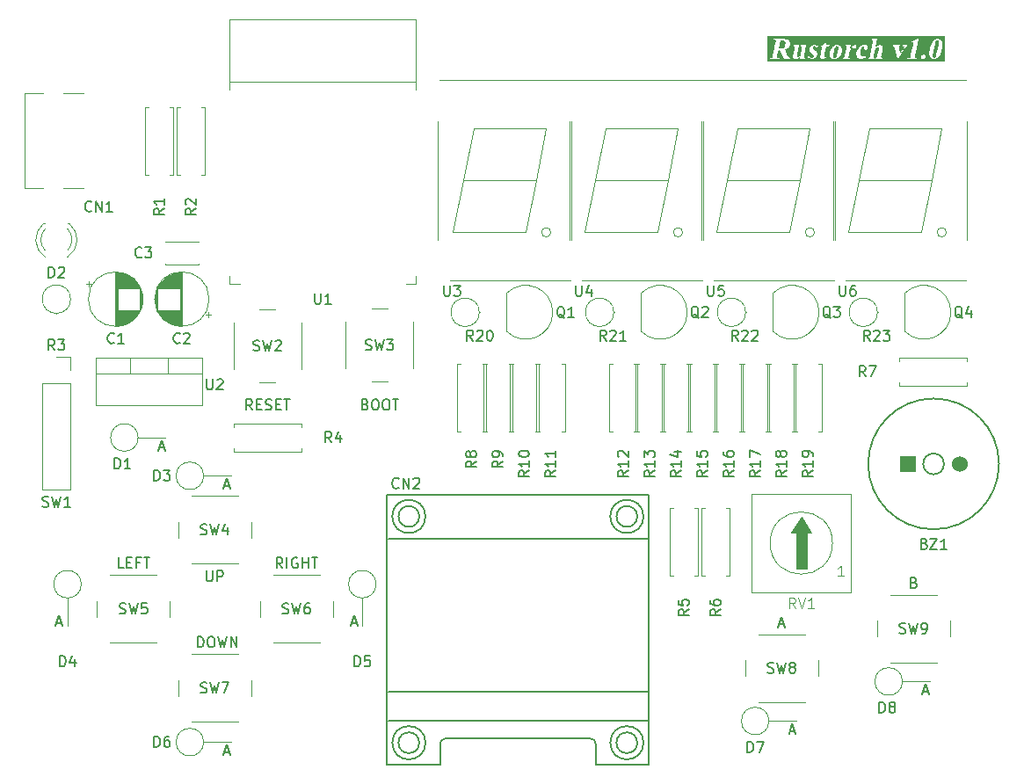
<source format=gbr>
%TF.GenerationSoftware,KiCad,Pcbnew,8.0.3*%
%TF.CreationDate,2024-08-24T23:10:25+09:00*%
%TF.ProjectId,Rustorch,52757374-6f72-4636-982e-6b696361645f,rev?*%
%TF.SameCoordinates,Original*%
%TF.FileFunction,Legend,Top*%
%TF.FilePolarity,Positive*%
%FSLAX46Y46*%
G04 Gerber Fmt 4.6, Leading zero omitted, Abs format (unit mm)*
G04 Created by KiCad (PCBNEW 8.0.3) date 2024-08-24 23:10:25*
%MOMM*%
%LPD*%
G01*
G04 APERTURE LIST*
%ADD10C,0.150000*%
%ADD11C,0.300000*%
%ADD12C,0.100000*%
%ADD13C,0.120000*%
%ADD14R,1.524000X1.524000*%
%ADD15C,1.524000*%
G04 APERTURE END LIST*
D10*
X110015618Y-116014819D02*
X109539428Y-116014819D01*
X109539428Y-116014819D02*
X109539428Y-115014819D01*
X110348952Y-115491009D02*
X110682285Y-115491009D01*
X110825142Y-116014819D02*
X110348952Y-116014819D01*
X110348952Y-116014819D02*
X110348952Y-115014819D01*
X110348952Y-115014819D02*
X110825142Y-115014819D01*
X111587047Y-115491009D02*
X111253714Y-115491009D01*
X111253714Y-116014819D02*
X111253714Y-115014819D01*
X111253714Y-115014819D02*
X111729904Y-115014819D01*
X111968000Y-115014819D02*
X112539428Y-115014819D01*
X112253714Y-116014819D02*
X112253714Y-115014819D01*
X122417618Y-100774819D02*
X122084285Y-100298628D01*
X121846190Y-100774819D02*
X121846190Y-99774819D01*
X121846190Y-99774819D02*
X122227142Y-99774819D01*
X122227142Y-99774819D02*
X122322380Y-99822438D01*
X122322380Y-99822438D02*
X122369999Y-99870057D01*
X122369999Y-99870057D02*
X122417618Y-99965295D01*
X122417618Y-99965295D02*
X122417618Y-100108152D01*
X122417618Y-100108152D02*
X122369999Y-100203390D01*
X122369999Y-100203390D02*
X122322380Y-100251009D01*
X122322380Y-100251009D02*
X122227142Y-100298628D01*
X122227142Y-100298628D02*
X121846190Y-100298628D01*
X122846190Y-100251009D02*
X123179523Y-100251009D01*
X123322380Y-100774819D02*
X122846190Y-100774819D01*
X122846190Y-100774819D02*
X122846190Y-99774819D01*
X122846190Y-99774819D02*
X123322380Y-99774819D01*
X123703333Y-100727200D02*
X123846190Y-100774819D01*
X123846190Y-100774819D02*
X124084285Y-100774819D01*
X124084285Y-100774819D02*
X124179523Y-100727200D01*
X124179523Y-100727200D02*
X124227142Y-100679580D01*
X124227142Y-100679580D02*
X124274761Y-100584342D01*
X124274761Y-100584342D02*
X124274761Y-100489104D01*
X124274761Y-100489104D02*
X124227142Y-100393866D01*
X124227142Y-100393866D02*
X124179523Y-100346247D01*
X124179523Y-100346247D02*
X124084285Y-100298628D01*
X124084285Y-100298628D02*
X123893809Y-100251009D01*
X123893809Y-100251009D02*
X123798571Y-100203390D01*
X123798571Y-100203390D02*
X123750952Y-100155771D01*
X123750952Y-100155771D02*
X123703333Y-100060533D01*
X123703333Y-100060533D02*
X123703333Y-99965295D01*
X123703333Y-99965295D02*
X123750952Y-99870057D01*
X123750952Y-99870057D02*
X123798571Y-99822438D01*
X123798571Y-99822438D02*
X123893809Y-99774819D01*
X123893809Y-99774819D02*
X124131904Y-99774819D01*
X124131904Y-99774819D02*
X124274761Y-99822438D01*
X124703333Y-100251009D02*
X125036666Y-100251009D01*
X125179523Y-100774819D02*
X124703333Y-100774819D01*
X124703333Y-100774819D02*
X124703333Y-99774819D01*
X124703333Y-99774819D02*
X125179523Y-99774819D01*
X125465238Y-99774819D02*
X126036666Y-99774819D01*
X125750952Y-100774819D02*
X125750952Y-99774819D01*
X125330666Y-116014819D02*
X124997333Y-115538628D01*
X124759238Y-116014819D02*
X124759238Y-115014819D01*
X124759238Y-115014819D02*
X125140190Y-115014819D01*
X125140190Y-115014819D02*
X125235428Y-115062438D01*
X125235428Y-115062438D02*
X125283047Y-115110057D01*
X125283047Y-115110057D02*
X125330666Y-115205295D01*
X125330666Y-115205295D02*
X125330666Y-115348152D01*
X125330666Y-115348152D02*
X125283047Y-115443390D01*
X125283047Y-115443390D02*
X125235428Y-115491009D01*
X125235428Y-115491009D02*
X125140190Y-115538628D01*
X125140190Y-115538628D02*
X124759238Y-115538628D01*
X125759238Y-116014819D02*
X125759238Y-115014819D01*
X126759237Y-115062438D02*
X126663999Y-115014819D01*
X126663999Y-115014819D02*
X126521142Y-115014819D01*
X126521142Y-115014819D02*
X126378285Y-115062438D01*
X126378285Y-115062438D02*
X126283047Y-115157676D01*
X126283047Y-115157676D02*
X126235428Y-115252914D01*
X126235428Y-115252914D02*
X126187809Y-115443390D01*
X126187809Y-115443390D02*
X126187809Y-115586247D01*
X126187809Y-115586247D02*
X126235428Y-115776723D01*
X126235428Y-115776723D02*
X126283047Y-115871961D01*
X126283047Y-115871961D02*
X126378285Y-115967200D01*
X126378285Y-115967200D02*
X126521142Y-116014819D01*
X126521142Y-116014819D02*
X126616380Y-116014819D01*
X126616380Y-116014819D02*
X126759237Y-115967200D01*
X126759237Y-115967200D02*
X126806856Y-115919580D01*
X126806856Y-115919580D02*
X126806856Y-115586247D01*
X126806856Y-115586247D02*
X126616380Y-115586247D01*
X127235428Y-116014819D02*
X127235428Y-115014819D01*
X127235428Y-115491009D02*
X127806856Y-115491009D01*
X127806856Y-116014819D02*
X127806856Y-115014819D01*
X128140190Y-115014819D02*
X128711618Y-115014819D01*
X128425904Y-116014819D02*
X128425904Y-115014819D01*
X118004286Y-116284819D02*
X118004286Y-117094342D01*
X118004286Y-117094342D02*
X118051905Y-117189580D01*
X118051905Y-117189580D02*
X118099524Y-117237200D01*
X118099524Y-117237200D02*
X118194762Y-117284819D01*
X118194762Y-117284819D02*
X118385238Y-117284819D01*
X118385238Y-117284819D02*
X118480476Y-117237200D01*
X118480476Y-117237200D02*
X118528095Y-117189580D01*
X118528095Y-117189580D02*
X118575714Y-117094342D01*
X118575714Y-117094342D02*
X118575714Y-116284819D01*
X119051905Y-117284819D02*
X119051905Y-116284819D01*
X119051905Y-116284819D02*
X119432857Y-116284819D01*
X119432857Y-116284819D02*
X119528095Y-116332438D01*
X119528095Y-116332438D02*
X119575714Y-116380057D01*
X119575714Y-116380057D02*
X119623333Y-116475295D01*
X119623333Y-116475295D02*
X119623333Y-116618152D01*
X119623333Y-116618152D02*
X119575714Y-116713390D01*
X119575714Y-116713390D02*
X119528095Y-116761009D01*
X119528095Y-116761009D02*
X119432857Y-116808628D01*
X119432857Y-116808628D02*
X119051905Y-116808628D01*
D11*
G36*
X178827773Y-65744071D02*
G01*
X178850385Y-65773381D01*
X178876622Y-65870101D01*
X178877381Y-65881473D01*
X178871713Y-65982929D01*
X178857021Y-66081127D01*
X178836566Y-66187616D01*
X178811753Y-66303908D01*
X178788300Y-66407320D01*
X178761950Y-66514413D01*
X178733683Y-66615913D01*
X178701256Y-66709319D01*
X178671328Y-66766380D01*
X178604047Y-66838279D01*
X178592110Y-66846294D01*
X178496580Y-66872473D01*
X178481445Y-66871687D01*
X178396441Y-66822159D01*
X178372658Y-66773701D01*
X178363712Y-66675614D01*
X178369650Y-66602940D01*
X178383217Y-66501354D01*
X178401325Y-66403527D01*
X178408431Y-66369680D01*
X178429291Y-66273773D01*
X178452759Y-66172560D01*
X178478436Y-66070970D01*
X178505861Y-65974637D01*
X178514945Y-65946591D01*
X178553424Y-65852355D01*
X178613817Y-65768007D01*
X178648271Y-65742741D01*
X178742288Y-65715739D01*
X178827773Y-65744071D01*
G37*
G36*
X188455204Y-65121912D02*
G01*
X188545708Y-65165704D01*
X188563507Y-65226989D01*
X188566072Y-65327155D01*
X188556454Y-65425090D01*
X188550585Y-65460436D01*
X188532014Y-65558614D01*
X188510674Y-65665867D01*
X188488036Y-65777258D01*
X188466749Y-65880779D01*
X188442637Y-65997107D01*
X188314166Y-66589640D01*
X188297347Y-66647302D01*
X188257322Y-66744801D01*
X188199860Y-66828510D01*
X188185842Y-66841175D01*
X188089951Y-66872473D01*
X187997138Y-66839745D01*
X187978614Y-66805696D01*
X187966364Y-66708342D01*
X187973602Y-66611755D01*
X187988101Y-66507941D01*
X188006706Y-66398976D01*
X188026565Y-66294083D01*
X188050383Y-66176381D01*
X188068887Y-66087589D01*
X188095046Y-65963296D01*
X188119290Y-65849676D01*
X188141620Y-65746729D01*
X188168414Y-65626069D01*
X188191804Y-65524384D01*
X188216255Y-65423961D01*
X188244312Y-65324951D01*
X188285198Y-65232306D01*
X188347383Y-65154958D01*
X188352519Y-65150935D01*
X188446057Y-65121741D01*
X188455204Y-65121912D01*
G37*
G36*
X173458537Y-65153107D02*
G01*
X173566660Y-65163308D01*
X173660694Y-65194220D01*
X173737264Y-65258517D01*
X173754292Y-65286566D01*
X173781521Y-65382200D01*
X173782418Y-65480625D01*
X173767062Y-65583360D01*
X173751207Y-65647280D01*
X173714891Y-65744023D01*
X173662526Y-65830533D01*
X173653378Y-65842091D01*
X173577715Y-65914298D01*
X173489602Y-65960959D01*
X173402041Y-65982987D01*
X173300535Y-65994248D01*
X173202372Y-65997107D01*
X173126168Y-65997107D01*
X173301535Y-65153004D01*
X173445150Y-65153004D01*
X173458537Y-65153107D01*
G37*
G36*
X189118869Y-67188485D02*
G01*
X172029068Y-67188485D01*
X172029068Y-66935000D01*
X172251290Y-66935000D01*
X173183810Y-66935000D01*
X173196999Y-66872473D01*
X173126998Y-66870422D01*
X173030425Y-66851468D01*
X172978646Y-66794804D01*
X172978920Y-66722693D01*
X172996231Y-66622369D01*
X173106629Y-66090896D01*
X173225819Y-66090896D01*
X173637613Y-66935000D01*
X174211584Y-66935000D01*
X174224773Y-66872473D01*
X174198589Y-66869720D01*
X174106559Y-66828021D01*
X174065038Y-66773103D01*
X174049790Y-66746444D01*
X174508094Y-66746444D01*
X174527956Y-66819173D01*
X174586741Y-66900317D01*
X174665265Y-66949776D01*
X174762107Y-66966263D01*
X175918841Y-66966263D01*
X175963293Y-66966263D01*
X175968613Y-66958691D01*
X176050244Y-66903736D01*
X176102512Y-66916926D01*
X176128356Y-66925743D01*
X176230129Y-66953928D01*
X176332588Y-66966263D01*
X176361386Y-66965408D01*
X176459894Y-66948952D01*
X176554849Y-66911552D01*
X176587457Y-66893298D01*
X176670004Y-66829879D01*
X176735101Y-66754748D01*
X176743581Y-66742536D01*
X177134682Y-66742536D01*
X177151111Y-66813916D01*
X177207955Y-66896898D01*
X177294955Y-66951021D01*
X177395533Y-66966263D01*
X177484577Y-66956405D01*
X177581559Y-66919987D01*
X177671108Y-66856735D01*
X177741948Y-66781161D01*
X177807327Y-66685872D01*
X177774110Y-66653632D01*
X177754834Y-66675980D01*
X177680565Y-66743391D01*
X177583112Y-66778684D01*
X177539637Y-66759145D01*
X177514724Y-66707365D01*
X177517115Y-66664195D01*
X177534752Y-66564727D01*
X177553485Y-66474429D01*
X178011111Y-66474429D01*
X178020100Y-66577575D01*
X178044985Y-66674597D01*
X178045441Y-66675614D01*
X178085764Y-66765495D01*
X178108162Y-66801374D01*
X178182709Y-66879799D01*
X178278811Y-66933128D01*
X178380582Y-66959204D01*
X178480949Y-66966263D01*
X178516785Y-66965404D01*
X178620564Y-66952524D01*
X178681282Y-66935000D01*
X179297697Y-66935000D01*
X179976203Y-66935000D01*
X179989392Y-66872473D01*
X179984796Y-66872218D01*
X179886322Y-66853422D01*
X179848709Y-66805062D01*
X179857990Y-66716158D01*
X179872644Y-66638000D01*
X179906467Y-66475491D01*
X180603675Y-66475491D01*
X180609932Y-66578788D01*
X180632178Y-66674698D01*
X180677180Y-66775265D01*
X180684248Y-66787016D01*
X180750682Y-66867593D01*
X180834702Y-66924295D01*
X180936307Y-66957123D01*
X181039637Y-66966263D01*
X181142124Y-66956565D01*
X181218182Y-66935000D01*
X181725959Y-66935000D01*
X182362944Y-66935000D01*
X182376133Y-66872473D01*
X182366663Y-66871056D01*
X182281856Y-66817274D01*
X182279285Y-66754790D01*
X182296022Y-66653632D01*
X182436217Y-65978056D01*
X182497128Y-65911204D01*
X182573970Y-65847142D01*
X182592298Y-65836306D01*
X182686322Y-65809528D01*
X182746894Y-65831999D01*
X182775226Y-65894036D01*
X182765800Y-65989291D01*
X182746406Y-66090408D01*
X182629658Y-66653632D01*
X182611921Y-66726781D01*
X182570551Y-66820205D01*
X182550863Y-66837399D01*
X182459176Y-66872473D01*
X182445987Y-66935000D01*
X183083461Y-66935000D01*
X183096650Y-66872473D01*
X183086811Y-66871214D01*
X182996022Y-66828510D01*
X182990040Y-66750127D01*
X183005792Y-66653632D01*
X183108862Y-66158307D01*
X183127974Y-66057496D01*
X183142419Y-65953636D01*
X183145010Y-65849584D01*
X183125963Y-65773810D01*
X183085079Y-65715739D01*
X184167411Y-65715739D01*
X184248988Y-65761657D01*
X184264251Y-65787753D01*
X184299006Y-65884131D01*
X184323726Y-65979033D01*
X184542079Y-66966263D01*
X184605094Y-66966263D01*
X184624613Y-66935000D01*
X185493161Y-66935000D01*
X186452547Y-66935000D01*
X186465736Y-66872473D01*
X186424214Y-66872473D01*
X186376343Y-66870672D01*
X186279623Y-66843653D01*
X186260012Y-66812275D01*
X186841938Y-66812275D01*
X186878995Y-66902759D01*
X186928154Y-66943875D01*
X187024075Y-66966263D01*
X187108081Y-66952309D01*
X187196022Y-66902759D01*
X187253764Y-66841624D01*
X187294207Y-66747909D01*
X187298237Y-66683773D01*
X187260990Y-66593060D01*
X187211906Y-66551311D01*
X187114933Y-66528579D01*
X187031034Y-66542747D01*
X186943475Y-66593060D01*
X186886160Y-66654435D01*
X186846266Y-66747909D01*
X186841938Y-66812275D01*
X186260012Y-66812275D01*
X186233217Y-66769403D01*
X186232491Y-66756191D01*
X186243204Y-66658656D01*
X186262037Y-66559842D01*
X186306292Y-66346985D01*
X187640177Y-66346985D01*
X187643475Y-66452864D01*
X187649016Y-66508935D01*
X187665869Y-66607991D01*
X187695254Y-66701503D01*
X187698485Y-66708342D01*
X187713398Y-66739914D01*
X187768945Y-66826388D01*
X187842288Y-66897875D01*
X187872106Y-66917576D01*
X187965872Y-66954976D01*
X188066503Y-66966263D01*
X188095232Y-66965392D01*
X188194342Y-66948643D01*
X188291207Y-66910575D01*
X188338661Y-66884365D01*
X188423441Y-66825892D01*
X188497836Y-66760610D01*
X188562243Y-66689109D01*
X188621801Y-66604909D01*
X188671737Y-66517344D01*
X188687342Y-66486976D01*
X188730905Y-66394154D01*
X188769591Y-66298756D01*
X188803399Y-66200783D01*
X188832331Y-66100233D01*
X188856385Y-65997107D01*
X188863931Y-65959194D01*
X188881878Y-65847722D01*
X188892783Y-65739650D01*
X188896647Y-65634979D01*
X188893470Y-65533708D01*
X188883251Y-65435837D01*
X188877699Y-65401432D01*
X188851561Y-65306304D01*
X188805842Y-65214837D01*
X188742568Y-65138349D01*
X188666576Y-65080132D01*
X188573177Y-65040996D01*
X188469504Y-65027951D01*
X188440218Y-65028935D01*
X188341605Y-65046413D01*
X188241465Y-65085740D01*
X188150034Y-65139815D01*
X188139887Y-65146902D01*
X188062317Y-65210504D01*
X187991159Y-65286380D01*
X187926411Y-65374529D01*
X187875017Y-65461727D01*
X187858267Y-65493671D01*
X187811453Y-65591816D01*
X187769790Y-65693431D01*
X187733280Y-65798515D01*
X187701921Y-65907067D01*
X187675715Y-66019089D01*
X187672874Y-66033058D01*
X187656297Y-66130097D01*
X187644452Y-66239396D01*
X187640177Y-66346985D01*
X186306292Y-66346985D01*
X186580530Y-65027951D01*
X186536078Y-65027951D01*
X185800907Y-65340582D01*
X185812142Y-65403108D01*
X185886949Y-65376318D01*
X185987508Y-65359145D01*
X186058827Y-65382103D01*
X186092533Y-65435837D01*
X186090457Y-65489937D01*
X186072505Y-65590687D01*
X185871249Y-66559842D01*
X185866883Y-66580370D01*
X185843962Y-66676219D01*
X185808722Y-66773799D01*
X185803436Y-66782237D01*
X185726657Y-66846095D01*
X185655949Y-66865879D01*
X185554221Y-66872473D01*
X185506350Y-66872473D01*
X185493161Y-66935000D01*
X184624613Y-66935000D01*
X185234263Y-65958517D01*
X185260603Y-65918835D01*
X185322570Y-65831198D01*
X185388136Y-65757749D01*
X185399616Y-65749613D01*
X185493649Y-65715739D01*
X185506838Y-65653213D01*
X185096022Y-65653213D01*
X185082833Y-65715739D01*
X185087515Y-65715915D01*
X185183461Y-65744071D01*
X185200558Y-65810505D01*
X185179295Y-65871312D01*
X185131347Y-65964506D01*
X185078436Y-66052794D01*
X184827355Y-66466053D01*
X184719888Y-65987337D01*
X184703301Y-65905698D01*
X184698883Y-65805621D01*
X184744801Y-65737721D01*
X184835170Y-65715739D01*
X184848360Y-65653213D01*
X184180600Y-65653213D01*
X184167411Y-65715739D01*
X183085079Y-65715739D01*
X183066852Y-65689849D01*
X182978984Y-65636869D01*
X182878785Y-65621950D01*
X182785607Y-65633551D01*
X182690718Y-65668356D01*
X182627826Y-65703800D01*
X182544295Y-65763334D01*
X182467969Y-65827114D01*
X182627215Y-65059214D01*
X182115771Y-65059214D01*
X182103070Y-65121741D01*
X182112905Y-65123176D01*
X182202721Y-65166681D01*
X182209007Y-65238534D01*
X182192951Y-65340582D01*
X181919888Y-66653632D01*
X181901665Y-66730377D01*
X181862247Y-66822648D01*
X181835327Y-66843573D01*
X181739148Y-66872473D01*
X181725959Y-66935000D01*
X181218182Y-66935000D01*
X181244726Y-66927474D01*
X181338101Y-66884197D01*
X181393245Y-66850217D01*
X181472547Y-66787912D01*
X181547753Y-66712006D01*
X181611165Y-66633115D01*
X181576482Y-66601364D01*
X181496834Y-66665357D01*
X181412840Y-66717135D01*
X181380081Y-66730385D01*
X181281437Y-66747421D01*
X181206046Y-66737827D01*
X181118771Y-66689291D01*
X181077560Y-66637660D01*
X181037157Y-66548381D01*
X181014724Y-66446025D01*
X181011122Y-66415297D01*
X181006619Y-66310883D01*
X181013660Y-66203416D01*
X181029867Y-66104085D01*
X181038614Y-66064756D01*
X181065969Y-65969363D01*
X181108406Y-65869529D01*
X181165666Y-65784616D01*
X181195983Y-65754482D01*
X181290230Y-65715739D01*
X181355198Y-65750422D01*
X181365957Y-65774378D01*
X181368876Y-65873520D01*
X181364498Y-65973004D01*
X181392323Y-66067937D01*
X181414977Y-66091659D01*
X181511514Y-66122159D01*
X181552558Y-66118450D01*
X181643405Y-66075265D01*
X181677350Y-66038937D01*
X181716189Y-65948747D01*
X181721346Y-65910393D01*
X181704570Y-65809093D01*
X181647801Y-65723066D01*
X181641841Y-65716845D01*
X181554909Y-65657597D01*
X181460742Y-65629948D01*
X181359106Y-65621950D01*
X181323132Y-65622877D01*
X181218758Y-65636788D01*
X181119708Y-65667391D01*
X181025982Y-65714686D01*
X180937579Y-65778674D01*
X180854501Y-65859354D01*
X180801824Y-65922387D01*
X180738294Y-66015723D01*
X180686686Y-66114996D01*
X180646999Y-66220206D01*
X180622470Y-66315111D01*
X180613405Y-66364808D01*
X180603675Y-66475491D01*
X179906467Y-66475491D01*
X179935170Y-66337581D01*
X179937344Y-66327381D01*
X179963066Y-66228367D01*
X179996038Y-66134792D01*
X180040683Y-66038140D01*
X180081371Y-65973390D01*
X180151570Y-65902829D01*
X180232170Y-65872055D01*
X180260990Y-65881824D01*
X180310327Y-65942885D01*
X180329729Y-65964013D01*
X180422679Y-65997107D01*
X180452996Y-65993932D01*
X180538450Y-65946304D01*
X180576782Y-65898175D01*
X180612212Y-65803178D01*
X180617571Y-65767221D01*
X180595115Y-65669333D01*
X180580517Y-65653230D01*
X180484717Y-65621950D01*
X180479233Y-65622011D01*
X180380166Y-65641579D01*
X180290300Y-65683988D01*
X180233086Y-65723372D01*
X180159816Y-65788261D01*
X180086772Y-65864236D01*
X180016748Y-65944839D01*
X180077808Y-65653213D01*
X179564410Y-65653213D01*
X179551221Y-65715739D01*
X179635729Y-65740163D01*
X179663572Y-65795851D01*
X179662277Y-65837071D01*
X179645498Y-65934581D01*
X179496022Y-66653632D01*
X179474507Y-66740272D01*
X179429588Y-66832906D01*
X179408797Y-66848019D01*
X179310886Y-66872473D01*
X179297697Y-66935000D01*
X178681282Y-66935000D01*
X178718744Y-66924188D01*
X178811325Y-66880396D01*
X178898308Y-66821148D01*
X178979692Y-66746444D01*
X179040767Y-66675192D01*
X179101558Y-66584207D01*
X179151082Y-66484761D01*
X179184564Y-66392786D01*
X179209769Y-66294595D01*
X179216305Y-66259777D01*
X179227515Y-66158468D01*
X179225197Y-66051430D01*
X179207327Y-65950212D01*
X179173925Y-65858917D01*
X179118559Y-65774691D01*
X179043684Y-65707435D01*
X178954205Y-65658765D01*
X178855029Y-65630298D01*
X178756454Y-65621950D01*
X178656666Y-65629077D01*
X178546845Y-65655407D01*
X178444129Y-65701138D01*
X178361743Y-65755778D01*
X178284577Y-65824672D01*
X178260281Y-65850285D01*
X178194055Y-65930398D01*
X178137824Y-66015423D01*
X178091587Y-66105360D01*
X178055346Y-66200208D01*
X178029099Y-66299968D01*
X178018017Y-66365158D01*
X178011111Y-66474429D01*
X177553485Y-66474429D01*
X177697906Y-65778265D01*
X177995882Y-65778265D01*
X178022260Y-65653213D01*
X177724284Y-65653213D01*
X177821493Y-65184267D01*
X177777041Y-65184267D01*
X177714240Y-65263890D01*
X177648447Y-65339605D01*
X177579662Y-65411413D01*
X177507885Y-65479312D01*
X177498680Y-65487543D01*
X177421705Y-65552535D01*
X177338807Y-65616000D01*
X177249987Y-65677938D01*
X177167411Y-65730882D01*
X177157641Y-65778265D01*
X177321284Y-65778265D01*
X177174249Y-66485104D01*
X177164121Y-66534968D01*
X177145278Y-66637521D01*
X177134682Y-66742536D01*
X176743581Y-66742536D01*
X176748480Y-66735480D01*
X176798996Y-66644652D01*
X176831332Y-66545676D01*
X176832793Y-66538371D01*
X176838904Y-66434057D01*
X176812770Y-66333674D01*
X176809990Y-66327681D01*
X176751274Y-66242565D01*
X176677581Y-66167985D01*
X176600767Y-66102620D01*
X176542229Y-66054512D01*
X176466189Y-65986849D01*
X176400488Y-65911133D01*
X176388276Y-65839815D01*
X176389701Y-65833752D01*
X176445429Y-65753353D01*
X176454290Y-65746631D01*
X176547034Y-65715739D01*
X176625788Y-65731732D01*
X176707257Y-65788524D01*
X176757449Y-65860766D01*
X176795734Y-65958006D01*
X176821563Y-66059633D01*
X176866503Y-66059633D01*
X176937334Y-65621950D01*
X176891905Y-65621950D01*
X176833775Y-65675195D01*
X176792742Y-65684476D01*
X176737543Y-65666402D01*
X176647540Y-65633063D01*
X176549476Y-65621950D01*
X176514506Y-65623002D01*
X176416394Y-65638780D01*
X176319346Y-65678517D01*
X176234891Y-65741629D01*
X176165940Y-65818890D01*
X176111362Y-65910268D01*
X176079064Y-66008342D01*
X176071903Y-66058259D01*
X176078892Y-66160757D01*
X176116678Y-66255516D01*
X176180725Y-66335378D01*
X176257270Y-66408565D01*
X176336985Y-66476800D01*
X176344347Y-66482797D01*
X176419154Y-66547323D01*
X176486461Y-66621392D01*
X176494993Y-66636781D01*
X176503558Y-66734720D01*
X176498965Y-66752175D01*
X176442009Y-66832418D01*
X176422976Y-66846030D01*
X176328192Y-66872473D01*
X176322336Y-66872389D01*
X176224534Y-66845271D01*
X176146475Y-66786500D01*
X176097932Y-66724371D01*
X176055800Y-66627650D01*
X176034124Y-66528579D01*
X175988206Y-66528579D01*
X175918841Y-66966263D01*
X174762107Y-66966263D01*
X174776042Y-66966081D01*
X174877515Y-66953166D01*
X174973621Y-66919856D01*
X175030680Y-66888494D01*
X175109883Y-66831169D01*
X175185624Y-66763053D01*
X175149965Y-66935000D01*
X175662386Y-66935000D01*
X175675575Y-66872473D01*
X175665796Y-66871214D01*
X175575436Y-66828510D01*
X175569454Y-66750127D01*
X175585205Y-66653632D01*
X175793300Y-65653213D01*
X175281367Y-65653213D01*
X175268178Y-65715739D01*
X175278013Y-65717174D01*
X175367829Y-65760680D01*
X175374115Y-65832533D01*
X175358060Y-65934581D01*
X175217376Y-66611133D01*
X175211365Y-66617719D01*
X175139477Y-66690661D01*
X175059106Y-66752794D01*
X174966782Y-66778684D01*
X174907187Y-66758168D01*
X174878855Y-66698572D01*
X174884265Y-66623456D01*
X174902791Y-66522718D01*
X175084019Y-65653213D01*
X174571598Y-65653213D01*
X174558408Y-65715739D01*
X174568243Y-65717174D01*
X174658060Y-65760680D01*
X174664740Y-65832533D01*
X174648778Y-65934581D01*
X174543754Y-66438210D01*
X174524489Y-66539906D01*
X174510111Y-66643929D01*
X174508094Y-66746444D01*
X174049790Y-66746444D01*
X174013747Y-66683429D01*
X173707466Y-66048398D01*
X173718423Y-66045670D01*
X173820910Y-66013823D01*
X173910517Y-65973675D01*
X173994207Y-65919926D01*
X174072762Y-65847539D01*
X174135013Y-65766175D01*
X174180962Y-65675836D01*
X174210607Y-65576521D01*
X174222494Y-65474521D01*
X174211548Y-65372128D01*
X174175436Y-65280010D01*
X174130072Y-65215142D01*
X174051556Y-65148246D01*
X173961479Y-65106598D01*
X173901212Y-65090495D01*
X173800340Y-65074207D01*
X173692842Y-65064813D01*
X173586413Y-65060371D01*
X173487648Y-65059214D01*
X172641102Y-65059214D01*
X172628401Y-65121741D01*
X172698354Y-65123840D01*
X172794487Y-65143234D01*
X172846266Y-65199898D01*
X172845991Y-65271614D01*
X172828681Y-65371845D01*
X172698744Y-65997107D01*
X172568806Y-66622369D01*
X172551385Y-66697931D01*
X172515073Y-66794316D01*
X172439846Y-66850980D01*
X172365781Y-66867751D01*
X172264480Y-66872473D01*
X172251290Y-66935000D01*
X172029068Y-66935000D01*
X172029068Y-64805729D01*
X189118869Y-64805729D01*
X189118869Y-67188485D01*
G37*
D10*
X117163048Y-123634819D02*
X117163048Y-122634819D01*
X117163048Y-122634819D02*
X117401143Y-122634819D01*
X117401143Y-122634819D02*
X117544000Y-122682438D01*
X117544000Y-122682438D02*
X117639238Y-122777676D01*
X117639238Y-122777676D02*
X117686857Y-122872914D01*
X117686857Y-122872914D02*
X117734476Y-123063390D01*
X117734476Y-123063390D02*
X117734476Y-123206247D01*
X117734476Y-123206247D02*
X117686857Y-123396723D01*
X117686857Y-123396723D02*
X117639238Y-123491961D01*
X117639238Y-123491961D02*
X117544000Y-123587200D01*
X117544000Y-123587200D02*
X117401143Y-123634819D01*
X117401143Y-123634819D02*
X117163048Y-123634819D01*
X118353524Y-122634819D02*
X118544000Y-122634819D01*
X118544000Y-122634819D02*
X118639238Y-122682438D01*
X118639238Y-122682438D02*
X118734476Y-122777676D01*
X118734476Y-122777676D02*
X118782095Y-122968152D01*
X118782095Y-122968152D02*
X118782095Y-123301485D01*
X118782095Y-123301485D02*
X118734476Y-123491961D01*
X118734476Y-123491961D02*
X118639238Y-123587200D01*
X118639238Y-123587200D02*
X118544000Y-123634819D01*
X118544000Y-123634819D02*
X118353524Y-123634819D01*
X118353524Y-123634819D02*
X118258286Y-123587200D01*
X118258286Y-123587200D02*
X118163048Y-123491961D01*
X118163048Y-123491961D02*
X118115429Y-123301485D01*
X118115429Y-123301485D02*
X118115429Y-122968152D01*
X118115429Y-122968152D02*
X118163048Y-122777676D01*
X118163048Y-122777676D02*
X118258286Y-122682438D01*
X118258286Y-122682438D02*
X118353524Y-122634819D01*
X119115429Y-122634819D02*
X119353524Y-123634819D01*
X119353524Y-123634819D02*
X119544000Y-122920533D01*
X119544000Y-122920533D02*
X119734476Y-123634819D01*
X119734476Y-123634819D02*
X119972572Y-122634819D01*
X120353524Y-123634819D02*
X120353524Y-122634819D01*
X120353524Y-122634819D02*
X120924952Y-123634819D01*
X120924952Y-123634819D02*
X120924952Y-122634819D01*
X173161905Y-121444104D02*
X173638095Y-121444104D01*
X173066667Y-121729819D02*
X173400000Y-120729819D01*
X173400000Y-120729819D02*
X173733333Y-121729819D01*
X133307857Y-100251009D02*
X133450714Y-100298628D01*
X133450714Y-100298628D02*
X133498333Y-100346247D01*
X133498333Y-100346247D02*
X133545952Y-100441485D01*
X133545952Y-100441485D02*
X133545952Y-100584342D01*
X133545952Y-100584342D02*
X133498333Y-100679580D01*
X133498333Y-100679580D02*
X133450714Y-100727200D01*
X133450714Y-100727200D02*
X133355476Y-100774819D01*
X133355476Y-100774819D02*
X132974524Y-100774819D01*
X132974524Y-100774819D02*
X132974524Y-99774819D01*
X132974524Y-99774819D02*
X133307857Y-99774819D01*
X133307857Y-99774819D02*
X133403095Y-99822438D01*
X133403095Y-99822438D02*
X133450714Y-99870057D01*
X133450714Y-99870057D02*
X133498333Y-99965295D01*
X133498333Y-99965295D02*
X133498333Y-100060533D01*
X133498333Y-100060533D02*
X133450714Y-100155771D01*
X133450714Y-100155771D02*
X133403095Y-100203390D01*
X133403095Y-100203390D02*
X133307857Y-100251009D01*
X133307857Y-100251009D02*
X132974524Y-100251009D01*
X134165000Y-99774819D02*
X134355476Y-99774819D01*
X134355476Y-99774819D02*
X134450714Y-99822438D01*
X134450714Y-99822438D02*
X134545952Y-99917676D01*
X134545952Y-99917676D02*
X134593571Y-100108152D01*
X134593571Y-100108152D02*
X134593571Y-100441485D01*
X134593571Y-100441485D02*
X134545952Y-100631961D01*
X134545952Y-100631961D02*
X134450714Y-100727200D01*
X134450714Y-100727200D02*
X134355476Y-100774819D01*
X134355476Y-100774819D02*
X134165000Y-100774819D01*
X134165000Y-100774819D02*
X134069762Y-100727200D01*
X134069762Y-100727200D02*
X133974524Y-100631961D01*
X133974524Y-100631961D02*
X133926905Y-100441485D01*
X133926905Y-100441485D02*
X133926905Y-100108152D01*
X133926905Y-100108152D02*
X133974524Y-99917676D01*
X133974524Y-99917676D02*
X134069762Y-99822438D01*
X134069762Y-99822438D02*
X134165000Y-99774819D01*
X135212619Y-99774819D02*
X135403095Y-99774819D01*
X135403095Y-99774819D02*
X135498333Y-99822438D01*
X135498333Y-99822438D02*
X135593571Y-99917676D01*
X135593571Y-99917676D02*
X135641190Y-100108152D01*
X135641190Y-100108152D02*
X135641190Y-100441485D01*
X135641190Y-100441485D02*
X135593571Y-100631961D01*
X135593571Y-100631961D02*
X135498333Y-100727200D01*
X135498333Y-100727200D02*
X135403095Y-100774819D01*
X135403095Y-100774819D02*
X135212619Y-100774819D01*
X135212619Y-100774819D02*
X135117381Y-100727200D01*
X135117381Y-100727200D02*
X135022143Y-100631961D01*
X135022143Y-100631961D02*
X134974524Y-100441485D01*
X134974524Y-100441485D02*
X134974524Y-100108152D01*
X134974524Y-100108152D02*
X135022143Y-99917676D01*
X135022143Y-99917676D02*
X135117381Y-99822438D01*
X135117381Y-99822438D02*
X135212619Y-99774819D01*
X135926905Y-99774819D02*
X136498333Y-99774819D01*
X136212619Y-100774819D02*
X136212619Y-99774819D01*
X186171428Y-117396009D02*
X186314285Y-117443628D01*
X186314285Y-117443628D02*
X186361904Y-117491247D01*
X186361904Y-117491247D02*
X186409523Y-117586485D01*
X186409523Y-117586485D02*
X186409523Y-117729342D01*
X186409523Y-117729342D02*
X186361904Y-117824580D01*
X186361904Y-117824580D02*
X186314285Y-117872200D01*
X186314285Y-117872200D02*
X186219047Y-117919819D01*
X186219047Y-117919819D02*
X185838095Y-117919819D01*
X185838095Y-117919819D02*
X185838095Y-116919819D01*
X185838095Y-116919819D02*
X186171428Y-116919819D01*
X186171428Y-116919819D02*
X186266666Y-116967438D01*
X186266666Y-116967438D02*
X186314285Y-117015057D01*
X186314285Y-117015057D02*
X186361904Y-117110295D01*
X186361904Y-117110295D02*
X186361904Y-117205533D01*
X186361904Y-117205533D02*
X186314285Y-117300771D01*
X186314285Y-117300771D02*
X186266666Y-117348390D01*
X186266666Y-117348390D02*
X186171428Y-117396009D01*
X186171428Y-117396009D02*
X185838095Y-117396009D01*
X143674142Y-94120819D02*
X143340809Y-93644628D01*
X143102714Y-94120819D02*
X143102714Y-93120819D01*
X143102714Y-93120819D02*
X143483666Y-93120819D01*
X143483666Y-93120819D02*
X143578904Y-93168438D01*
X143578904Y-93168438D02*
X143626523Y-93216057D01*
X143626523Y-93216057D02*
X143674142Y-93311295D01*
X143674142Y-93311295D02*
X143674142Y-93454152D01*
X143674142Y-93454152D02*
X143626523Y-93549390D01*
X143626523Y-93549390D02*
X143578904Y-93597009D01*
X143578904Y-93597009D02*
X143483666Y-93644628D01*
X143483666Y-93644628D02*
X143102714Y-93644628D01*
X144055095Y-93216057D02*
X144102714Y-93168438D01*
X144102714Y-93168438D02*
X144197952Y-93120819D01*
X144197952Y-93120819D02*
X144436047Y-93120819D01*
X144436047Y-93120819D02*
X144531285Y-93168438D01*
X144531285Y-93168438D02*
X144578904Y-93216057D01*
X144578904Y-93216057D02*
X144626523Y-93311295D01*
X144626523Y-93311295D02*
X144626523Y-93406533D01*
X144626523Y-93406533D02*
X144578904Y-93549390D01*
X144578904Y-93549390D02*
X144007476Y-94120819D01*
X144007476Y-94120819D02*
X144626523Y-94120819D01*
X145245571Y-93120819D02*
X145340809Y-93120819D01*
X145340809Y-93120819D02*
X145436047Y-93168438D01*
X145436047Y-93168438D02*
X145483666Y-93216057D01*
X145483666Y-93216057D02*
X145531285Y-93311295D01*
X145531285Y-93311295D02*
X145578904Y-93501771D01*
X145578904Y-93501771D02*
X145578904Y-93739866D01*
X145578904Y-93739866D02*
X145531285Y-93930342D01*
X145531285Y-93930342D02*
X145483666Y-94025580D01*
X145483666Y-94025580D02*
X145436047Y-94073200D01*
X145436047Y-94073200D02*
X145340809Y-94120819D01*
X145340809Y-94120819D02*
X145245571Y-94120819D01*
X145245571Y-94120819D02*
X145150333Y-94073200D01*
X145150333Y-94073200D02*
X145102714Y-94025580D01*
X145102714Y-94025580D02*
X145055095Y-93930342D01*
X145055095Y-93930342D02*
X145007476Y-93739866D01*
X145007476Y-93739866D02*
X145007476Y-93501771D01*
X145007476Y-93501771D02*
X145055095Y-93311295D01*
X145055095Y-93311295D02*
X145102714Y-93216057D01*
X145102714Y-93216057D02*
X145150333Y-93168438D01*
X145150333Y-93168438D02*
X145245571Y-93120819D01*
X178130761Y-91930057D02*
X178035523Y-91882438D01*
X178035523Y-91882438D02*
X177940285Y-91787200D01*
X177940285Y-91787200D02*
X177797428Y-91644342D01*
X177797428Y-91644342D02*
X177702190Y-91596723D01*
X177702190Y-91596723D02*
X177606952Y-91596723D01*
X177654571Y-91834819D02*
X177559333Y-91787200D01*
X177559333Y-91787200D02*
X177464095Y-91691961D01*
X177464095Y-91691961D02*
X177416476Y-91501485D01*
X177416476Y-91501485D02*
X177416476Y-91168152D01*
X177416476Y-91168152D02*
X177464095Y-90977676D01*
X177464095Y-90977676D02*
X177559333Y-90882438D01*
X177559333Y-90882438D02*
X177654571Y-90834819D01*
X177654571Y-90834819D02*
X177845047Y-90834819D01*
X177845047Y-90834819D02*
X177940285Y-90882438D01*
X177940285Y-90882438D02*
X178035523Y-90977676D01*
X178035523Y-90977676D02*
X178083142Y-91168152D01*
X178083142Y-91168152D02*
X178083142Y-91501485D01*
X178083142Y-91501485D02*
X178035523Y-91691961D01*
X178035523Y-91691961D02*
X177940285Y-91787200D01*
X177940285Y-91787200D02*
X177845047Y-91834819D01*
X177845047Y-91834819D02*
X177654571Y-91834819D01*
X178416476Y-90834819D02*
X179035523Y-90834819D01*
X179035523Y-90834819D02*
X178702190Y-91215771D01*
X178702190Y-91215771D02*
X178845047Y-91215771D01*
X178845047Y-91215771D02*
X178940285Y-91263390D01*
X178940285Y-91263390D02*
X178987904Y-91311009D01*
X178987904Y-91311009D02*
X179035523Y-91406247D01*
X179035523Y-91406247D02*
X179035523Y-91644342D01*
X179035523Y-91644342D02*
X178987904Y-91739580D01*
X178987904Y-91739580D02*
X178940285Y-91787200D01*
X178940285Y-91787200D02*
X178845047Y-91834819D01*
X178845047Y-91834819D02*
X178559333Y-91834819D01*
X178559333Y-91834819D02*
X178464095Y-91787200D01*
X178464095Y-91787200D02*
X178416476Y-91739580D01*
X117456667Y-112742200D02*
X117599524Y-112789819D01*
X117599524Y-112789819D02*
X117837619Y-112789819D01*
X117837619Y-112789819D02*
X117932857Y-112742200D01*
X117932857Y-112742200D02*
X117980476Y-112694580D01*
X117980476Y-112694580D02*
X118028095Y-112599342D01*
X118028095Y-112599342D02*
X118028095Y-112504104D01*
X118028095Y-112504104D02*
X117980476Y-112408866D01*
X117980476Y-112408866D02*
X117932857Y-112361247D01*
X117932857Y-112361247D02*
X117837619Y-112313628D01*
X117837619Y-112313628D02*
X117647143Y-112266009D01*
X117647143Y-112266009D02*
X117551905Y-112218390D01*
X117551905Y-112218390D02*
X117504286Y-112170771D01*
X117504286Y-112170771D02*
X117456667Y-112075533D01*
X117456667Y-112075533D02*
X117456667Y-111980295D01*
X117456667Y-111980295D02*
X117504286Y-111885057D01*
X117504286Y-111885057D02*
X117551905Y-111837438D01*
X117551905Y-111837438D02*
X117647143Y-111789819D01*
X117647143Y-111789819D02*
X117885238Y-111789819D01*
X117885238Y-111789819D02*
X118028095Y-111837438D01*
X118361429Y-111789819D02*
X118599524Y-112789819D01*
X118599524Y-112789819D02*
X118790000Y-112075533D01*
X118790000Y-112075533D02*
X118980476Y-112789819D01*
X118980476Y-112789819D02*
X119218572Y-111789819D01*
X120028095Y-112123152D02*
X120028095Y-112789819D01*
X119790000Y-111742200D02*
X119551905Y-112456485D01*
X119551905Y-112456485D02*
X120170952Y-112456485D01*
X146549819Y-105711792D02*
X146073628Y-106045125D01*
X146549819Y-106283220D02*
X145549819Y-106283220D01*
X145549819Y-106283220D02*
X145549819Y-105902268D01*
X145549819Y-105902268D02*
X145597438Y-105807030D01*
X145597438Y-105807030D02*
X145645057Y-105759411D01*
X145645057Y-105759411D02*
X145740295Y-105711792D01*
X145740295Y-105711792D02*
X145883152Y-105711792D01*
X145883152Y-105711792D02*
X145978390Y-105759411D01*
X145978390Y-105759411D02*
X146026009Y-105807030D01*
X146026009Y-105807030D02*
X146073628Y-105902268D01*
X146073628Y-105902268D02*
X146073628Y-106283220D01*
X146549819Y-105235601D02*
X146549819Y-105045125D01*
X146549819Y-105045125D02*
X146502200Y-104949887D01*
X146502200Y-104949887D02*
X146454580Y-104902268D01*
X146454580Y-104902268D02*
X146311723Y-104807030D01*
X146311723Y-104807030D02*
X146121247Y-104759411D01*
X146121247Y-104759411D02*
X145740295Y-104759411D01*
X145740295Y-104759411D02*
X145645057Y-104807030D01*
X145645057Y-104807030D02*
X145597438Y-104854649D01*
X145597438Y-104854649D02*
X145549819Y-104949887D01*
X145549819Y-104949887D02*
X145549819Y-105140363D01*
X145549819Y-105140363D02*
X145597438Y-105235601D01*
X145597438Y-105235601D02*
X145645057Y-105283220D01*
X145645057Y-105283220D02*
X145740295Y-105330839D01*
X145740295Y-105330839D02*
X145978390Y-105330839D01*
X145978390Y-105330839D02*
X146073628Y-105283220D01*
X146073628Y-105283220D02*
X146121247Y-105235601D01*
X146121247Y-105235601D02*
X146168866Y-105140363D01*
X146168866Y-105140363D02*
X146168866Y-104949887D01*
X146168866Y-104949887D02*
X146121247Y-104854649D01*
X146121247Y-104854649D02*
X146073628Y-104807030D01*
X146073628Y-104807030D02*
X145978390Y-104759411D01*
X169201142Y-94120819D02*
X168867809Y-93644628D01*
X168629714Y-94120819D02*
X168629714Y-93120819D01*
X168629714Y-93120819D02*
X169010666Y-93120819D01*
X169010666Y-93120819D02*
X169105904Y-93168438D01*
X169105904Y-93168438D02*
X169153523Y-93216057D01*
X169153523Y-93216057D02*
X169201142Y-93311295D01*
X169201142Y-93311295D02*
X169201142Y-93454152D01*
X169201142Y-93454152D02*
X169153523Y-93549390D01*
X169153523Y-93549390D02*
X169105904Y-93597009D01*
X169105904Y-93597009D02*
X169010666Y-93644628D01*
X169010666Y-93644628D02*
X168629714Y-93644628D01*
X169582095Y-93216057D02*
X169629714Y-93168438D01*
X169629714Y-93168438D02*
X169724952Y-93120819D01*
X169724952Y-93120819D02*
X169963047Y-93120819D01*
X169963047Y-93120819D02*
X170058285Y-93168438D01*
X170058285Y-93168438D02*
X170105904Y-93216057D01*
X170105904Y-93216057D02*
X170153523Y-93311295D01*
X170153523Y-93311295D02*
X170153523Y-93406533D01*
X170153523Y-93406533D02*
X170105904Y-93549390D01*
X170105904Y-93549390D02*
X169534476Y-94120819D01*
X169534476Y-94120819D02*
X170153523Y-94120819D01*
X170534476Y-93216057D02*
X170582095Y-93168438D01*
X170582095Y-93168438D02*
X170677333Y-93120819D01*
X170677333Y-93120819D02*
X170915428Y-93120819D01*
X170915428Y-93120819D02*
X171010666Y-93168438D01*
X171010666Y-93168438D02*
X171058285Y-93216057D01*
X171058285Y-93216057D02*
X171105904Y-93311295D01*
X171105904Y-93311295D02*
X171105904Y-93406533D01*
X171105904Y-93406533D02*
X171058285Y-93549390D01*
X171058285Y-93549390D02*
X170486857Y-94120819D01*
X170486857Y-94120819D02*
X171105904Y-94120819D01*
X111765333Y-86024580D02*
X111717714Y-86072200D01*
X111717714Y-86072200D02*
X111574857Y-86119819D01*
X111574857Y-86119819D02*
X111479619Y-86119819D01*
X111479619Y-86119819D02*
X111336762Y-86072200D01*
X111336762Y-86072200D02*
X111241524Y-85976961D01*
X111241524Y-85976961D02*
X111193905Y-85881723D01*
X111193905Y-85881723D02*
X111146286Y-85691247D01*
X111146286Y-85691247D02*
X111146286Y-85548390D01*
X111146286Y-85548390D02*
X111193905Y-85357914D01*
X111193905Y-85357914D02*
X111241524Y-85262676D01*
X111241524Y-85262676D02*
X111336762Y-85167438D01*
X111336762Y-85167438D02*
X111479619Y-85119819D01*
X111479619Y-85119819D02*
X111574857Y-85119819D01*
X111574857Y-85119819D02*
X111717714Y-85167438D01*
X111717714Y-85167438D02*
X111765333Y-85215057D01*
X112098667Y-85119819D02*
X112717714Y-85119819D01*
X112717714Y-85119819D02*
X112384381Y-85500771D01*
X112384381Y-85500771D02*
X112527238Y-85500771D01*
X112527238Y-85500771D02*
X112622476Y-85548390D01*
X112622476Y-85548390D02*
X112670095Y-85596009D01*
X112670095Y-85596009D02*
X112717714Y-85691247D01*
X112717714Y-85691247D02*
X112717714Y-85929342D01*
X112717714Y-85929342D02*
X112670095Y-86024580D01*
X112670095Y-86024580D02*
X112622476Y-86072200D01*
X112622476Y-86072200D02*
X112527238Y-86119819D01*
X112527238Y-86119819D02*
X112241524Y-86119819D01*
X112241524Y-86119819D02*
X112146286Y-86072200D01*
X112146286Y-86072200D02*
X112098667Y-86024580D01*
X113910819Y-81386666D02*
X113434628Y-81719999D01*
X113910819Y-81958094D02*
X112910819Y-81958094D01*
X112910819Y-81958094D02*
X112910819Y-81577142D01*
X112910819Y-81577142D02*
X112958438Y-81481904D01*
X112958438Y-81481904D02*
X113006057Y-81434285D01*
X113006057Y-81434285D02*
X113101295Y-81386666D01*
X113101295Y-81386666D02*
X113244152Y-81386666D01*
X113244152Y-81386666D02*
X113339390Y-81434285D01*
X113339390Y-81434285D02*
X113387009Y-81481904D01*
X113387009Y-81481904D02*
X113434628Y-81577142D01*
X113434628Y-81577142D02*
X113434628Y-81958094D01*
X113910819Y-80434285D02*
X113910819Y-81005713D01*
X113910819Y-80719999D02*
X112910819Y-80719999D01*
X112910819Y-80719999D02*
X113053676Y-80815237D01*
X113053676Y-80815237D02*
X113148914Y-80910475D01*
X113148914Y-80910475D02*
X113196533Y-81005713D01*
X132275905Y-125489819D02*
X132275905Y-124489819D01*
X132275905Y-124489819D02*
X132514000Y-124489819D01*
X132514000Y-124489819D02*
X132656857Y-124537438D01*
X132656857Y-124537438D02*
X132752095Y-124632676D01*
X132752095Y-124632676D02*
X132799714Y-124727914D01*
X132799714Y-124727914D02*
X132847333Y-124918390D01*
X132847333Y-124918390D02*
X132847333Y-125061247D01*
X132847333Y-125061247D02*
X132799714Y-125251723D01*
X132799714Y-125251723D02*
X132752095Y-125346961D01*
X132752095Y-125346961D02*
X132656857Y-125442200D01*
X132656857Y-125442200D02*
X132514000Y-125489819D01*
X132514000Y-125489819D02*
X132275905Y-125489819D01*
X133752095Y-124489819D02*
X133275905Y-124489819D01*
X133275905Y-124489819D02*
X133228286Y-124966009D01*
X133228286Y-124966009D02*
X133275905Y-124918390D01*
X133275905Y-124918390D02*
X133371143Y-124870771D01*
X133371143Y-124870771D02*
X133609238Y-124870771D01*
X133609238Y-124870771D02*
X133704476Y-124918390D01*
X133704476Y-124918390D02*
X133752095Y-124966009D01*
X133752095Y-124966009D02*
X133799714Y-125061247D01*
X133799714Y-125061247D02*
X133799714Y-125299342D01*
X133799714Y-125299342D02*
X133752095Y-125394580D01*
X133752095Y-125394580D02*
X133704476Y-125442200D01*
X133704476Y-125442200D02*
X133609238Y-125489819D01*
X133609238Y-125489819D02*
X133371143Y-125489819D01*
X133371143Y-125489819D02*
X133275905Y-125442200D01*
X133275905Y-125442200D02*
X133228286Y-125394580D01*
X131975905Y-121319790D02*
X132452095Y-121319790D01*
X131880667Y-121605505D02*
X132214000Y-120605505D01*
X132214000Y-120605505D02*
X132547333Y-121605505D01*
X165430761Y-91930057D02*
X165335523Y-91882438D01*
X165335523Y-91882438D02*
X165240285Y-91787200D01*
X165240285Y-91787200D02*
X165097428Y-91644342D01*
X165097428Y-91644342D02*
X165002190Y-91596723D01*
X165002190Y-91596723D02*
X164906952Y-91596723D01*
X164954571Y-91834819D02*
X164859333Y-91787200D01*
X164859333Y-91787200D02*
X164764095Y-91691961D01*
X164764095Y-91691961D02*
X164716476Y-91501485D01*
X164716476Y-91501485D02*
X164716476Y-91168152D01*
X164716476Y-91168152D02*
X164764095Y-90977676D01*
X164764095Y-90977676D02*
X164859333Y-90882438D01*
X164859333Y-90882438D02*
X164954571Y-90834819D01*
X164954571Y-90834819D02*
X165145047Y-90834819D01*
X165145047Y-90834819D02*
X165240285Y-90882438D01*
X165240285Y-90882438D02*
X165335523Y-90977676D01*
X165335523Y-90977676D02*
X165383142Y-91168152D01*
X165383142Y-91168152D02*
X165383142Y-91501485D01*
X165383142Y-91501485D02*
X165335523Y-91691961D01*
X165335523Y-91691961D02*
X165240285Y-91787200D01*
X165240285Y-91787200D02*
X165145047Y-91834819D01*
X165145047Y-91834819D02*
X164954571Y-91834819D01*
X165764095Y-90930057D02*
X165811714Y-90882438D01*
X165811714Y-90882438D02*
X165906952Y-90834819D01*
X165906952Y-90834819D02*
X166145047Y-90834819D01*
X166145047Y-90834819D02*
X166240285Y-90882438D01*
X166240285Y-90882438D02*
X166287904Y-90930057D01*
X166287904Y-90930057D02*
X166335523Y-91025295D01*
X166335523Y-91025295D02*
X166335523Y-91120533D01*
X166335523Y-91120533D02*
X166287904Y-91263390D01*
X166287904Y-91263390D02*
X165716476Y-91834819D01*
X165716476Y-91834819D02*
X166335523Y-91834819D01*
X130053333Y-103899819D02*
X129720000Y-103423628D01*
X129481905Y-103899819D02*
X129481905Y-102899819D01*
X129481905Y-102899819D02*
X129862857Y-102899819D01*
X129862857Y-102899819D02*
X129958095Y-102947438D01*
X129958095Y-102947438D02*
X130005714Y-102995057D01*
X130005714Y-102995057D02*
X130053333Y-103090295D01*
X130053333Y-103090295D02*
X130053333Y-103233152D01*
X130053333Y-103233152D02*
X130005714Y-103328390D01*
X130005714Y-103328390D02*
X129958095Y-103376009D01*
X129958095Y-103376009D02*
X129862857Y-103423628D01*
X129862857Y-103423628D02*
X129481905Y-103423628D01*
X130910476Y-103233152D02*
X130910476Y-103899819D01*
X130672381Y-102852200D02*
X130434286Y-103566485D01*
X130434286Y-103566485D02*
X131053333Y-103566485D01*
D12*
X174709761Y-119867419D02*
X174376428Y-119391228D01*
X174138333Y-119867419D02*
X174138333Y-118867419D01*
X174138333Y-118867419D02*
X174519285Y-118867419D01*
X174519285Y-118867419D02*
X174614523Y-118915038D01*
X174614523Y-118915038D02*
X174662142Y-118962657D01*
X174662142Y-118962657D02*
X174709761Y-119057895D01*
X174709761Y-119057895D02*
X174709761Y-119200752D01*
X174709761Y-119200752D02*
X174662142Y-119295990D01*
X174662142Y-119295990D02*
X174614523Y-119343609D01*
X174614523Y-119343609D02*
X174519285Y-119391228D01*
X174519285Y-119391228D02*
X174138333Y-119391228D01*
X174995476Y-118867419D02*
X175328809Y-119867419D01*
X175328809Y-119867419D02*
X175662142Y-118867419D01*
X176519285Y-119867419D02*
X175947857Y-119867419D01*
X176233571Y-119867419D02*
X176233571Y-118867419D01*
X176233571Y-118867419D02*
X176138333Y-119010276D01*
X176138333Y-119010276D02*
X176043095Y-119105514D01*
X176043095Y-119105514D02*
X175947857Y-119153133D01*
X179392693Y-116782419D02*
X178821265Y-116782419D01*
X179106979Y-116782419D02*
X179106979Y-115782419D01*
X179106979Y-115782419D02*
X179011741Y-115925276D01*
X179011741Y-115925276D02*
X178916503Y-116020514D01*
X178916503Y-116020514D02*
X178821265Y-116068133D01*
D10*
X118028095Y-97819819D02*
X118028095Y-98629342D01*
X118028095Y-98629342D02*
X118075714Y-98724580D01*
X118075714Y-98724580D02*
X118123333Y-98772200D01*
X118123333Y-98772200D02*
X118218571Y-98819819D01*
X118218571Y-98819819D02*
X118409047Y-98819819D01*
X118409047Y-98819819D02*
X118504285Y-98772200D01*
X118504285Y-98772200D02*
X118551904Y-98724580D01*
X118551904Y-98724580D02*
X118599523Y-98629342D01*
X118599523Y-98629342D02*
X118599523Y-97819819D01*
X119028095Y-97915057D02*
X119075714Y-97867438D01*
X119075714Y-97867438D02*
X119170952Y-97819819D01*
X119170952Y-97819819D02*
X119409047Y-97819819D01*
X119409047Y-97819819D02*
X119504285Y-97867438D01*
X119504285Y-97867438D02*
X119551904Y-97915057D01*
X119551904Y-97915057D02*
X119599523Y-98010295D01*
X119599523Y-98010295D02*
X119599523Y-98105533D01*
X119599523Y-98105533D02*
X119551904Y-98248390D01*
X119551904Y-98248390D02*
X118980476Y-98819819D01*
X118980476Y-98819819D02*
X119599523Y-98819819D01*
X128443095Y-89564819D02*
X128443095Y-90374342D01*
X128443095Y-90374342D02*
X128490714Y-90469580D01*
X128490714Y-90469580D02*
X128538333Y-90517200D01*
X128538333Y-90517200D02*
X128633571Y-90564819D01*
X128633571Y-90564819D02*
X128824047Y-90564819D01*
X128824047Y-90564819D02*
X128919285Y-90517200D01*
X128919285Y-90517200D02*
X128966904Y-90469580D01*
X128966904Y-90469580D02*
X129014523Y-90374342D01*
X129014523Y-90374342D02*
X129014523Y-89564819D01*
X130014523Y-90564819D02*
X129443095Y-90564819D01*
X129728809Y-90564819D02*
X129728809Y-89564819D01*
X129728809Y-89564819D02*
X129633571Y-89707676D01*
X129633571Y-89707676D02*
X129538333Y-89802914D01*
X129538333Y-89802914D02*
X129443095Y-89850533D01*
X140888095Y-88802819D02*
X140888095Y-89612342D01*
X140888095Y-89612342D02*
X140935714Y-89707580D01*
X140935714Y-89707580D02*
X140983333Y-89755200D01*
X140983333Y-89755200D02*
X141078571Y-89802819D01*
X141078571Y-89802819D02*
X141269047Y-89802819D01*
X141269047Y-89802819D02*
X141364285Y-89755200D01*
X141364285Y-89755200D02*
X141411904Y-89707580D01*
X141411904Y-89707580D02*
X141459523Y-89612342D01*
X141459523Y-89612342D02*
X141459523Y-88802819D01*
X141840476Y-88802819D02*
X142459523Y-88802819D01*
X142459523Y-88802819D02*
X142126190Y-89183771D01*
X142126190Y-89183771D02*
X142269047Y-89183771D01*
X142269047Y-89183771D02*
X142364285Y-89231390D01*
X142364285Y-89231390D02*
X142411904Y-89279009D01*
X142411904Y-89279009D02*
X142459523Y-89374247D01*
X142459523Y-89374247D02*
X142459523Y-89612342D01*
X142459523Y-89612342D02*
X142411904Y-89707580D01*
X142411904Y-89707580D02*
X142364285Y-89755200D01*
X142364285Y-89755200D02*
X142269047Y-89802819D01*
X142269047Y-89802819D02*
X141983333Y-89802819D01*
X141983333Y-89802819D02*
X141888095Y-89755200D01*
X141888095Y-89755200D02*
X141840476Y-89707580D01*
X112971905Y-133236819D02*
X112971905Y-132236819D01*
X112971905Y-132236819D02*
X113210000Y-132236819D01*
X113210000Y-132236819D02*
X113352857Y-132284438D01*
X113352857Y-132284438D02*
X113448095Y-132379676D01*
X113448095Y-132379676D02*
X113495714Y-132474914D01*
X113495714Y-132474914D02*
X113543333Y-132665390D01*
X113543333Y-132665390D02*
X113543333Y-132808247D01*
X113543333Y-132808247D02*
X113495714Y-132998723D01*
X113495714Y-132998723D02*
X113448095Y-133093961D01*
X113448095Y-133093961D02*
X113352857Y-133189200D01*
X113352857Y-133189200D02*
X113210000Y-133236819D01*
X113210000Y-133236819D02*
X112971905Y-133236819D01*
X114400476Y-132236819D02*
X114210000Y-132236819D01*
X114210000Y-132236819D02*
X114114762Y-132284438D01*
X114114762Y-132284438D02*
X114067143Y-132332057D01*
X114067143Y-132332057D02*
X113971905Y-132474914D01*
X113971905Y-132474914D02*
X113924286Y-132665390D01*
X113924286Y-132665390D02*
X113924286Y-133046342D01*
X113924286Y-133046342D02*
X113971905Y-133141580D01*
X113971905Y-133141580D02*
X114019524Y-133189200D01*
X114019524Y-133189200D02*
X114114762Y-133236819D01*
X114114762Y-133236819D02*
X114305238Y-133236819D01*
X114305238Y-133236819D02*
X114400476Y-133189200D01*
X114400476Y-133189200D02*
X114448095Y-133141580D01*
X114448095Y-133141580D02*
X114495714Y-133046342D01*
X114495714Y-133046342D02*
X114495714Y-132808247D01*
X114495714Y-132808247D02*
X114448095Y-132713009D01*
X114448095Y-132713009D02*
X114400476Y-132665390D01*
X114400476Y-132665390D02*
X114305238Y-132617771D01*
X114305238Y-132617771D02*
X114114762Y-132617771D01*
X114114762Y-132617771D02*
X114019524Y-132665390D01*
X114019524Y-132665390D02*
X113971905Y-132713009D01*
X113971905Y-132713009D02*
X113924286Y-132808247D01*
X119747591Y-133751104D02*
X120223781Y-133751104D01*
X119652353Y-134036819D02*
X119985686Y-133036819D01*
X119985686Y-133036819D02*
X120319019Y-134036819D01*
X151629819Y-106627857D02*
X151153628Y-106961190D01*
X151629819Y-107199285D02*
X150629819Y-107199285D01*
X150629819Y-107199285D02*
X150629819Y-106818333D01*
X150629819Y-106818333D02*
X150677438Y-106723095D01*
X150677438Y-106723095D02*
X150725057Y-106675476D01*
X150725057Y-106675476D02*
X150820295Y-106627857D01*
X150820295Y-106627857D02*
X150963152Y-106627857D01*
X150963152Y-106627857D02*
X151058390Y-106675476D01*
X151058390Y-106675476D02*
X151106009Y-106723095D01*
X151106009Y-106723095D02*
X151153628Y-106818333D01*
X151153628Y-106818333D02*
X151153628Y-107199285D01*
X151629819Y-105675476D02*
X151629819Y-106246904D01*
X151629819Y-105961190D02*
X150629819Y-105961190D01*
X150629819Y-105961190D02*
X150772676Y-106056428D01*
X150772676Y-106056428D02*
X150867914Y-106151666D01*
X150867914Y-106151666D02*
X150915533Y-106246904D01*
X151629819Y-104723095D02*
X151629819Y-105294523D01*
X151629819Y-105008809D02*
X150629819Y-105008809D01*
X150629819Y-105008809D02*
X150772676Y-105104047D01*
X150772676Y-105104047D02*
X150867914Y-105199285D01*
X150867914Y-105199285D02*
X150915533Y-105294523D01*
X190830761Y-91930057D02*
X190735523Y-91882438D01*
X190735523Y-91882438D02*
X190640285Y-91787200D01*
X190640285Y-91787200D02*
X190497428Y-91644342D01*
X190497428Y-91644342D02*
X190402190Y-91596723D01*
X190402190Y-91596723D02*
X190306952Y-91596723D01*
X190354571Y-91834819D02*
X190259333Y-91787200D01*
X190259333Y-91787200D02*
X190164095Y-91691961D01*
X190164095Y-91691961D02*
X190116476Y-91501485D01*
X190116476Y-91501485D02*
X190116476Y-91168152D01*
X190116476Y-91168152D02*
X190164095Y-90977676D01*
X190164095Y-90977676D02*
X190259333Y-90882438D01*
X190259333Y-90882438D02*
X190354571Y-90834819D01*
X190354571Y-90834819D02*
X190545047Y-90834819D01*
X190545047Y-90834819D02*
X190640285Y-90882438D01*
X190640285Y-90882438D02*
X190735523Y-90977676D01*
X190735523Y-90977676D02*
X190783142Y-91168152D01*
X190783142Y-91168152D02*
X190783142Y-91501485D01*
X190783142Y-91501485D02*
X190735523Y-91691961D01*
X190735523Y-91691961D02*
X190640285Y-91787200D01*
X190640285Y-91787200D02*
X190545047Y-91834819D01*
X190545047Y-91834819D02*
X190354571Y-91834819D01*
X191640285Y-91168152D02*
X191640285Y-91834819D01*
X191402190Y-90787200D02*
X191164095Y-91501485D01*
X191164095Y-91501485D02*
X191783142Y-91501485D01*
X122536667Y-95037200D02*
X122679524Y-95084819D01*
X122679524Y-95084819D02*
X122917619Y-95084819D01*
X122917619Y-95084819D02*
X123012857Y-95037200D01*
X123012857Y-95037200D02*
X123060476Y-94989580D01*
X123060476Y-94989580D02*
X123108095Y-94894342D01*
X123108095Y-94894342D02*
X123108095Y-94799104D01*
X123108095Y-94799104D02*
X123060476Y-94703866D01*
X123060476Y-94703866D02*
X123012857Y-94656247D01*
X123012857Y-94656247D02*
X122917619Y-94608628D01*
X122917619Y-94608628D02*
X122727143Y-94561009D01*
X122727143Y-94561009D02*
X122631905Y-94513390D01*
X122631905Y-94513390D02*
X122584286Y-94465771D01*
X122584286Y-94465771D02*
X122536667Y-94370533D01*
X122536667Y-94370533D02*
X122536667Y-94275295D01*
X122536667Y-94275295D02*
X122584286Y-94180057D01*
X122584286Y-94180057D02*
X122631905Y-94132438D01*
X122631905Y-94132438D02*
X122727143Y-94084819D01*
X122727143Y-94084819D02*
X122965238Y-94084819D01*
X122965238Y-94084819D02*
X123108095Y-94132438D01*
X123441429Y-94084819D02*
X123679524Y-95084819D01*
X123679524Y-95084819D02*
X123870000Y-94370533D01*
X123870000Y-94370533D02*
X124060476Y-95084819D01*
X124060476Y-95084819D02*
X124298572Y-94084819D01*
X124631905Y-94180057D02*
X124679524Y-94132438D01*
X124679524Y-94132438D02*
X124774762Y-94084819D01*
X124774762Y-94084819D02*
X125012857Y-94084819D01*
X125012857Y-94084819D02*
X125108095Y-94132438D01*
X125108095Y-94132438D02*
X125155714Y-94180057D01*
X125155714Y-94180057D02*
X125203333Y-94275295D01*
X125203333Y-94275295D02*
X125203333Y-94370533D01*
X125203333Y-94370533D02*
X125155714Y-94513390D01*
X125155714Y-94513390D02*
X124584286Y-95084819D01*
X124584286Y-95084819D02*
X125203333Y-95084819D01*
X106923523Y-81579580D02*
X106875904Y-81627200D01*
X106875904Y-81627200D02*
X106733047Y-81674819D01*
X106733047Y-81674819D02*
X106637809Y-81674819D01*
X106637809Y-81674819D02*
X106494952Y-81627200D01*
X106494952Y-81627200D02*
X106399714Y-81531961D01*
X106399714Y-81531961D02*
X106352095Y-81436723D01*
X106352095Y-81436723D02*
X106304476Y-81246247D01*
X106304476Y-81246247D02*
X106304476Y-81103390D01*
X106304476Y-81103390D02*
X106352095Y-80912914D01*
X106352095Y-80912914D02*
X106399714Y-80817676D01*
X106399714Y-80817676D02*
X106494952Y-80722438D01*
X106494952Y-80722438D02*
X106637809Y-80674819D01*
X106637809Y-80674819D02*
X106733047Y-80674819D01*
X106733047Y-80674819D02*
X106875904Y-80722438D01*
X106875904Y-80722438D02*
X106923523Y-80770057D01*
X107352095Y-81674819D02*
X107352095Y-80674819D01*
X107352095Y-80674819D02*
X107923523Y-81674819D01*
X107923523Y-81674819D02*
X107923523Y-80674819D01*
X108923523Y-81674819D02*
X108352095Y-81674819D01*
X108637809Y-81674819D02*
X108637809Y-80674819D01*
X108637809Y-80674819D02*
X108542571Y-80817676D01*
X108542571Y-80817676D02*
X108447333Y-80912914D01*
X108447333Y-80912914D02*
X108352095Y-80960533D01*
X172066667Y-126077200D02*
X172209524Y-126124819D01*
X172209524Y-126124819D02*
X172447619Y-126124819D01*
X172447619Y-126124819D02*
X172542857Y-126077200D01*
X172542857Y-126077200D02*
X172590476Y-126029580D01*
X172590476Y-126029580D02*
X172638095Y-125934342D01*
X172638095Y-125934342D02*
X172638095Y-125839104D01*
X172638095Y-125839104D02*
X172590476Y-125743866D01*
X172590476Y-125743866D02*
X172542857Y-125696247D01*
X172542857Y-125696247D02*
X172447619Y-125648628D01*
X172447619Y-125648628D02*
X172257143Y-125601009D01*
X172257143Y-125601009D02*
X172161905Y-125553390D01*
X172161905Y-125553390D02*
X172114286Y-125505771D01*
X172114286Y-125505771D02*
X172066667Y-125410533D01*
X172066667Y-125410533D02*
X172066667Y-125315295D01*
X172066667Y-125315295D02*
X172114286Y-125220057D01*
X172114286Y-125220057D02*
X172161905Y-125172438D01*
X172161905Y-125172438D02*
X172257143Y-125124819D01*
X172257143Y-125124819D02*
X172495238Y-125124819D01*
X172495238Y-125124819D02*
X172638095Y-125172438D01*
X172971429Y-125124819D02*
X173209524Y-126124819D01*
X173209524Y-126124819D02*
X173400000Y-125410533D01*
X173400000Y-125410533D02*
X173590476Y-126124819D01*
X173590476Y-126124819D02*
X173828572Y-125124819D01*
X174352381Y-125553390D02*
X174257143Y-125505771D01*
X174257143Y-125505771D02*
X174209524Y-125458152D01*
X174209524Y-125458152D02*
X174161905Y-125362914D01*
X174161905Y-125362914D02*
X174161905Y-125315295D01*
X174161905Y-125315295D02*
X174209524Y-125220057D01*
X174209524Y-125220057D02*
X174257143Y-125172438D01*
X174257143Y-125172438D02*
X174352381Y-125124819D01*
X174352381Y-125124819D02*
X174542857Y-125124819D01*
X174542857Y-125124819D02*
X174638095Y-125172438D01*
X174638095Y-125172438D02*
X174685714Y-125220057D01*
X174685714Y-125220057D02*
X174733333Y-125315295D01*
X174733333Y-125315295D02*
X174733333Y-125362914D01*
X174733333Y-125362914D02*
X174685714Y-125458152D01*
X174685714Y-125458152D02*
X174638095Y-125505771D01*
X174638095Y-125505771D02*
X174542857Y-125553390D01*
X174542857Y-125553390D02*
X174352381Y-125553390D01*
X174352381Y-125553390D02*
X174257143Y-125601009D01*
X174257143Y-125601009D02*
X174209524Y-125648628D01*
X174209524Y-125648628D02*
X174161905Y-125743866D01*
X174161905Y-125743866D02*
X174161905Y-125934342D01*
X174161905Y-125934342D02*
X174209524Y-126029580D01*
X174209524Y-126029580D02*
X174257143Y-126077200D01*
X174257143Y-126077200D02*
X174352381Y-126124819D01*
X174352381Y-126124819D02*
X174542857Y-126124819D01*
X174542857Y-126124819D02*
X174638095Y-126077200D01*
X174638095Y-126077200D02*
X174685714Y-126029580D01*
X174685714Y-126029580D02*
X174733333Y-125934342D01*
X174733333Y-125934342D02*
X174733333Y-125743866D01*
X174733333Y-125743866D02*
X174685714Y-125648628D01*
X174685714Y-125648628D02*
X174638095Y-125601009D01*
X174638095Y-125601009D02*
X174542857Y-125553390D01*
X173854819Y-106627857D02*
X173378628Y-106961190D01*
X173854819Y-107199285D02*
X172854819Y-107199285D01*
X172854819Y-107199285D02*
X172854819Y-106818333D01*
X172854819Y-106818333D02*
X172902438Y-106723095D01*
X172902438Y-106723095D02*
X172950057Y-106675476D01*
X172950057Y-106675476D02*
X173045295Y-106627857D01*
X173045295Y-106627857D02*
X173188152Y-106627857D01*
X173188152Y-106627857D02*
X173283390Y-106675476D01*
X173283390Y-106675476D02*
X173331009Y-106723095D01*
X173331009Y-106723095D02*
X173378628Y-106818333D01*
X173378628Y-106818333D02*
X173378628Y-107199285D01*
X173854819Y-105675476D02*
X173854819Y-106246904D01*
X173854819Y-105961190D02*
X172854819Y-105961190D01*
X172854819Y-105961190D02*
X172997676Y-106056428D01*
X172997676Y-106056428D02*
X173092914Y-106151666D01*
X173092914Y-106151666D02*
X173140533Y-106246904D01*
X173283390Y-105104047D02*
X173235771Y-105199285D01*
X173235771Y-105199285D02*
X173188152Y-105246904D01*
X173188152Y-105246904D02*
X173092914Y-105294523D01*
X173092914Y-105294523D02*
X173045295Y-105294523D01*
X173045295Y-105294523D02*
X172950057Y-105246904D01*
X172950057Y-105246904D02*
X172902438Y-105199285D01*
X172902438Y-105199285D02*
X172854819Y-105104047D01*
X172854819Y-105104047D02*
X172854819Y-104913571D01*
X172854819Y-104913571D02*
X172902438Y-104818333D01*
X172902438Y-104818333D02*
X172950057Y-104770714D01*
X172950057Y-104770714D02*
X173045295Y-104723095D01*
X173045295Y-104723095D02*
X173092914Y-104723095D01*
X173092914Y-104723095D02*
X173188152Y-104770714D01*
X173188152Y-104770714D02*
X173235771Y-104818333D01*
X173235771Y-104818333D02*
X173283390Y-104913571D01*
X173283390Y-104913571D02*
X173283390Y-105104047D01*
X173283390Y-105104047D02*
X173331009Y-105199285D01*
X173331009Y-105199285D02*
X173378628Y-105246904D01*
X173378628Y-105246904D02*
X173473866Y-105294523D01*
X173473866Y-105294523D02*
X173664342Y-105294523D01*
X173664342Y-105294523D02*
X173759580Y-105246904D01*
X173759580Y-105246904D02*
X173807200Y-105199285D01*
X173807200Y-105199285D02*
X173854819Y-105104047D01*
X173854819Y-105104047D02*
X173854819Y-104913571D01*
X173854819Y-104913571D02*
X173807200Y-104818333D01*
X173807200Y-104818333D02*
X173759580Y-104770714D01*
X173759580Y-104770714D02*
X173664342Y-104723095D01*
X173664342Y-104723095D02*
X173473866Y-104723095D01*
X173473866Y-104723095D02*
X173378628Y-104770714D01*
X173378628Y-104770714D02*
X173331009Y-104818333D01*
X173331009Y-104818333D02*
X173283390Y-104913571D01*
X112971905Y-107582819D02*
X112971905Y-106582819D01*
X112971905Y-106582819D02*
X113210000Y-106582819D01*
X113210000Y-106582819D02*
X113352857Y-106630438D01*
X113352857Y-106630438D02*
X113448095Y-106725676D01*
X113448095Y-106725676D02*
X113495714Y-106820914D01*
X113495714Y-106820914D02*
X113543333Y-107011390D01*
X113543333Y-107011390D02*
X113543333Y-107154247D01*
X113543333Y-107154247D02*
X113495714Y-107344723D01*
X113495714Y-107344723D02*
X113448095Y-107439961D01*
X113448095Y-107439961D02*
X113352857Y-107535200D01*
X113352857Y-107535200D02*
X113210000Y-107582819D01*
X113210000Y-107582819D02*
X112971905Y-107582819D01*
X113876667Y-106582819D02*
X114495714Y-106582819D01*
X114495714Y-106582819D02*
X114162381Y-106963771D01*
X114162381Y-106963771D02*
X114305238Y-106963771D01*
X114305238Y-106963771D02*
X114400476Y-107011390D01*
X114400476Y-107011390D02*
X114448095Y-107059009D01*
X114448095Y-107059009D02*
X114495714Y-107154247D01*
X114495714Y-107154247D02*
X114495714Y-107392342D01*
X114495714Y-107392342D02*
X114448095Y-107487580D01*
X114448095Y-107487580D02*
X114400476Y-107535200D01*
X114400476Y-107535200D02*
X114305238Y-107582819D01*
X114305238Y-107582819D02*
X114019524Y-107582819D01*
X114019524Y-107582819D02*
X113924286Y-107535200D01*
X113924286Y-107535200D02*
X113876667Y-107487580D01*
X119747591Y-108097104D02*
X120223781Y-108097104D01*
X119652353Y-108382819D02*
X119985686Y-107382819D01*
X119985686Y-107382819D02*
X120319019Y-108382819D01*
X158614819Y-106627857D02*
X158138628Y-106961190D01*
X158614819Y-107199285D02*
X157614819Y-107199285D01*
X157614819Y-107199285D02*
X157614819Y-106818333D01*
X157614819Y-106818333D02*
X157662438Y-106723095D01*
X157662438Y-106723095D02*
X157710057Y-106675476D01*
X157710057Y-106675476D02*
X157805295Y-106627857D01*
X157805295Y-106627857D02*
X157948152Y-106627857D01*
X157948152Y-106627857D02*
X158043390Y-106675476D01*
X158043390Y-106675476D02*
X158091009Y-106723095D01*
X158091009Y-106723095D02*
X158138628Y-106818333D01*
X158138628Y-106818333D02*
X158138628Y-107199285D01*
X158614819Y-105675476D02*
X158614819Y-106246904D01*
X158614819Y-105961190D02*
X157614819Y-105961190D01*
X157614819Y-105961190D02*
X157757676Y-106056428D01*
X157757676Y-106056428D02*
X157852914Y-106151666D01*
X157852914Y-106151666D02*
X157900533Y-106246904D01*
X157710057Y-105294523D02*
X157662438Y-105246904D01*
X157662438Y-105246904D02*
X157614819Y-105151666D01*
X157614819Y-105151666D02*
X157614819Y-104913571D01*
X157614819Y-104913571D02*
X157662438Y-104818333D01*
X157662438Y-104818333D02*
X157710057Y-104770714D01*
X157710057Y-104770714D02*
X157805295Y-104723095D01*
X157805295Y-104723095D02*
X157900533Y-104723095D01*
X157900533Y-104723095D02*
X158043390Y-104770714D01*
X158043390Y-104770714D02*
X158614819Y-105342142D01*
X158614819Y-105342142D02*
X158614819Y-104723095D01*
X187164047Y-113663009D02*
X187306904Y-113710628D01*
X187306904Y-113710628D02*
X187354523Y-113758247D01*
X187354523Y-113758247D02*
X187402142Y-113853485D01*
X187402142Y-113853485D02*
X187402142Y-113996342D01*
X187402142Y-113996342D02*
X187354523Y-114091580D01*
X187354523Y-114091580D02*
X187306904Y-114139200D01*
X187306904Y-114139200D02*
X187211666Y-114186819D01*
X187211666Y-114186819D02*
X186830714Y-114186819D01*
X186830714Y-114186819D02*
X186830714Y-113186819D01*
X186830714Y-113186819D02*
X187164047Y-113186819D01*
X187164047Y-113186819D02*
X187259285Y-113234438D01*
X187259285Y-113234438D02*
X187306904Y-113282057D01*
X187306904Y-113282057D02*
X187354523Y-113377295D01*
X187354523Y-113377295D02*
X187354523Y-113472533D01*
X187354523Y-113472533D02*
X187306904Y-113567771D01*
X187306904Y-113567771D02*
X187259285Y-113615390D01*
X187259285Y-113615390D02*
X187164047Y-113663009D01*
X187164047Y-113663009D02*
X186830714Y-113663009D01*
X187735476Y-113186819D02*
X188402142Y-113186819D01*
X188402142Y-113186819D02*
X187735476Y-114186819D01*
X187735476Y-114186819D02*
X188402142Y-114186819D01*
X189306904Y-114186819D02*
X188735476Y-114186819D01*
X189021190Y-114186819D02*
X189021190Y-113186819D01*
X189021190Y-113186819D02*
X188925952Y-113329676D01*
X188925952Y-113329676D02*
X188830714Y-113424914D01*
X188830714Y-113424914D02*
X188735476Y-113472533D01*
X168774819Y-106627857D02*
X168298628Y-106961190D01*
X168774819Y-107199285D02*
X167774819Y-107199285D01*
X167774819Y-107199285D02*
X167774819Y-106818333D01*
X167774819Y-106818333D02*
X167822438Y-106723095D01*
X167822438Y-106723095D02*
X167870057Y-106675476D01*
X167870057Y-106675476D02*
X167965295Y-106627857D01*
X167965295Y-106627857D02*
X168108152Y-106627857D01*
X168108152Y-106627857D02*
X168203390Y-106675476D01*
X168203390Y-106675476D02*
X168251009Y-106723095D01*
X168251009Y-106723095D02*
X168298628Y-106818333D01*
X168298628Y-106818333D02*
X168298628Y-107199285D01*
X168774819Y-105675476D02*
X168774819Y-106246904D01*
X168774819Y-105961190D02*
X167774819Y-105961190D01*
X167774819Y-105961190D02*
X167917676Y-106056428D01*
X167917676Y-106056428D02*
X168012914Y-106151666D01*
X168012914Y-106151666D02*
X168060533Y-106246904D01*
X167774819Y-104818333D02*
X167774819Y-105008809D01*
X167774819Y-105008809D02*
X167822438Y-105104047D01*
X167822438Y-105104047D02*
X167870057Y-105151666D01*
X167870057Y-105151666D02*
X168012914Y-105246904D01*
X168012914Y-105246904D02*
X168203390Y-105294523D01*
X168203390Y-105294523D02*
X168584342Y-105294523D01*
X168584342Y-105294523D02*
X168679580Y-105246904D01*
X168679580Y-105246904D02*
X168727200Y-105199285D01*
X168727200Y-105199285D02*
X168774819Y-105104047D01*
X168774819Y-105104047D02*
X168774819Y-104913571D01*
X168774819Y-104913571D02*
X168727200Y-104818333D01*
X168727200Y-104818333D02*
X168679580Y-104770714D01*
X168679580Y-104770714D02*
X168584342Y-104723095D01*
X168584342Y-104723095D02*
X168346247Y-104723095D01*
X168346247Y-104723095D02*
X168251009Y-104770714D01*
X168251009Y-104770714D02*
X168203390Y-104818333D01*
X168203390Y-104818333D02*
X168155771Y-104913571D01*
X168155771Y-104913571D02*
X168155771Y-105104047D01*
X168155771Y-105104047D02*
X168203390Y-105199285D01*
X168203390Y-105199285D02*
X168251009Y-105246904D01*
X168251009Y-105246904D02*
X168346247Y-105294523D01*
X103879905Y-125489819D02*
X103879905Y-124489819D01*
X103879905Y-124489819D02*
X104118000Y-124489819D01*
X104118000Y-124489819D02*
X104260857Y-124537438D01*
X104260857Y-124537438D02*
X104356095Y-124632676D01*
X104356095Y-124632676D02*
X104403714Y-124727914D01*
X104403714Y-124727914D02*
X104451333Y-124918390D01*
X104451333Y-124918390D02*
X104451333Y-125061247D01*
X104451333Y-125061247D02*
X104403714Y-125251723D01*
X104403714Y-125251723D02*
X104356095Y-125346961D01*
X104356095Y-125346961D02*
X104260857Y-125442200D01*
X104260857Y-125442200D02*
X104118000Y-125489819D01*
X104118000Y-125489819D02*
X103879905Y-125489819D01*
X105308476Y-124823152D02*
X105308476Y-125489819D01*
X105070381Y-124442200D02*
X104832286Y-125156485D01*
X104832286Y-125156485D02*
X105451333Y-125156485D01*
X103579905Y-121319790D02*
X104056095Y-121319790D01*
X103484667Y-121605505D02*
X103818000Y-120605505D01*
X103818000Y-120605505D02*
X104151333Y-121605505D01*
X136514523Y-108249580D02*
X136466904Y-108297200D01*
X136466904Y-108297200D02*
X136324047Y-108344819D01*
X136324047Y-108344819D02*
X136228809Y-108344819D01*
X136228809Y-108344819D02*
X136085952Y-108297200D01*
X136085952Y-108297200D02*
X135990714Y-108201961D01*
X135990714Y-108201961D02*
X135943095Y-108106723D01*
X135943095Y-108106723D02*
X135895476Y-107916247D01*
X135895476Y-107916247D02*
X135895476Y-107773390D01*
X135895476Y-107773390D02*
X135943095Y-107582914D01*
X135943095Y-107582914D02*
X135990714Y-107487676D01*
X135990714Y-107487676D02*
X136085952Y-107392438D01*
X136085952Y-107392438D02*
X136228809Y-107344819D01*
X136228809Y-107344819D02*
X136324047Y-107344819D01*
X136324047Y-107344819D02*
X136466904Y-107392438D01*
X136466904Y-107392438D02*
X136514523Y-107440057D01*
X136943095Y-108344819D02*
X136943095Y-107344819D01*
X136943095Y-107344819D02*
X137514523Y-108344819D01*
X137514523Y-108344819D02*
X137514523Y-107344819D01*
X137943095Y-107440057D02*
X137990714Y-107392438D01*
X137990714Y-107392438D02*
X138085952Y-107344819D01*
X138085952Y-107344819D02*
X138324047Y-107344819D01*
X138324047Y-107344819D02*
X138419285Y-107392438D01*
X138419285Y-107392438D02*
X138466904Y-107440057D01*
X138466904Y-107440057D02*
X138514523Y-107535295D01*
X138514523Y-107535295D02*
X138514523Y-107630533D01*
X138514523Y-107630533D02*
X138466904Y-107773390D01*
X138466904Y-107773390D02*
X137895476Y-108344819D01*
X137895476Y-108344819D02*
X138514523Y-108344819D01*
X167504819Y-119994666D02*
X167028628Y-120327999D01*
X167504819Y-120566094D02*
X166504819Y-120566094D01*
X166504819Y-120566094D02*
X166504819Y-120185142D01*
X166504819Y-120185142D02*
X166552438Y-120089904D01*
X166552438Y-120089904D02*
X166600057Y-120042285D01*
X166600057Y-120042285D02*
X166695295Y-119994666D01*
X166695295Y-119994666D02*
X166838152Y-119994666D01*
X166838152Y-119994666D02*
X166933390Y-120042285D01*
X166933390Y-120042285D02*
X166981009Y-120089904D01*
X166981009Y-120089904D02*
X167028628Y-120185142D01*
X167028628Y-120185142D02*
X167028628Y-120566094D01*
X166504819Y-119137523D02*
X166504819Y-119327999D01*
X166504819Y-119327999D02*
X166552438Y-119423237D01*
X166552438Y-119423237D02*
X166600057Y-119470856D01*
X166600057Y-119470856D02*
X166742914Y-119566094D01*
X166742914Y-119566094D02*
X166933390Y-119613713D01*
X166933390Y-119613713D02*
X167314342Y-119613713D01*
X167314342Y-119613713D02*
X167409580Y-119566094D01*
X167409580Y-119566094D02*
X167457200Y-119518475D01*
X167457200Y-119518475D02*
X167504819Y-119423237D01*
X167504819Y-119423237D02*
X167504819Y-119232761D01*
X167504819Y-119232761D02*
X167457200Y-119137523D01*
X167457200Y-119137523D02*
X167409580Y-119089904D01*
X167409580Y-119089904D02*
X167314342Y-119042285D01*
X167314342Y-119042285D02*
X167076247Y-119042285D01*
X167076247Y-119042285D02*
X166981009Y-119089904D01*
X166981009Y-119089904D02*
X166933390Y-119137523D01*
X166933390Y-119137523D02*
X166885771Y-119232761D01*
X166885771Y-119232761D02*
X166885771Y-119423237D01*
X166885771Y-119423237D02*
X166933390Y-119518475D01*
X166933390Y-119518475D02*
X166981009Y-119566094D01*
X166981009Y-119566094D02*
X167076247Y-119613713D01*
X115448333Y-94279580D02*
X115400714Y-94327200D01*
X115400714Y-94327200D02*
X115257857Y-94374819D01*
X115257857Y-94374819D02*
X115162619Y-94374819D01*
X115162619Y-94374819D02*
X115019762Y-94327200D01*
X115019762Y-94327200D02*
X114924524Y-94231961D01*
X114924524Y-94231961D02*
X114876905Y-94136723D01*
X114876905Y-94136723D02*
X114829286Y-93946247D01*
X114829286Y-93946247D02*
X114829286Y-93803390D01*
X114829286Y-93803390D02*
X114876905Y-93612914D01*
X114876905Y-93612914D02*
X114924524Y-93517676D01*
X114924524Y-93517676D02*
X115019762Y-93422438D01*
X115019762Y-93422438D02*
X115162619Y-93374819D01*
X115162619Y-93374819D02*
X115257857Y-93374819D01*
X115257857Y-93374819D02*
X115400714Y-93422438D01*
X115400714Y-93422438D02*
X115448333Y-93470057D01*
X115829286Y-93470057D02*
X115876905Y-93422438D01*
X115876905Y-93422438D02*
X115972143Y-93374819D01*
X115972143Y-93374819D02*
X116210238Y-93374819D01*
X116210238Y-93374819D02*
X116305476Y-93422438D01*
X116305476Y-93422438D02*
X116353095Y-93470057D01*
X116353095Y-93470057D02*
X116400714Y-93565295D01*
X116400714Y-93565295D02*
X116400714Y-93660533D01*
X116400714Y-93660533D02*
X116353095Y-93803390D01*
X116353095Y-93803390D02*
X115781667Y-94374819D01*
X115781667Y-94374819D02*
X116400714Y-94374819D01*
X181488333Y-97549819D02*
X181155000Y-97073628D01*
X180916905Y-97549819D02*
X180916905Y-96549819D01*
X180916905Y-96549819D02*
X181297857Y-96549819D01*
X181297857Y-96549819D02*
X181393095Y-96597438D01*
X181393095Y-96597438D02*
X181440714Y-96645057D01*
X181440714Y-96645057D02*
X181488333Y-96740295D01*
X181488333Y-96740295D02*
X181488333Y-96883152D01*
X181488333Y-96883152D02*
X181440714Y-96978390D01*
X181440714Y-96978390D02*
X181393095Y-97026009D01*
X181393095Y-97026009D02*
X181297857Y-97073628D01*
X181297857Y-97073628D02*
X180916905Y-97073628D01*
X181821667Y-96549819D02*
X182488333Y-96549819D01*
X182488333Y-96549819D02*
X182059762Y-97549819D01*
X184766667Y-122267200D02*
X184909524Y-122314819D01*
X184909524Y-122314819D02*
X185147619Y-122314819D01*
X185147619Y-122314819D02*
X185242857Y-122267200D01*
X185242857Y-122267200D02*
X185290476Y-122219580D01*
X185290476Y-122219580D02*
X185338095Y-122124342D01*
X185338095Y-122124342D02*
X185338095Y-122029104D01*
X185338095Y-122029104D02*
X185290476Y-121933866D01*
X185290476Y-121933866D02*
X185242857Y-121886247D01*
X185242857Y-121886247D02*
X185147619Y-121838628D01*
X185147619Y-121838628D02*
X184957143Y-121791009D01*
X184957143Y-121791009D02*
X184861905Y-121743390D01*
X184861905Y-121743390D02*
X184814286Y-121695771D01*
X184814286Y-121695771D02*
X184766667Y-121600533D01*
X184766667Y-121600533D02*
X184766667Y-121505295D01*
X184766667Y-121505295D02*
X184814286Y-121410057D01*
X184814286Y-121410057D02*
X184861905Y-121362438D01*
X184861905Y-121362438D02*
X184957143Y-121314819D01*
X184957143Y-121314819D02*
X185195238Y-121314819D01*
X185195238Y-121314819D02*
X185338095Y-121362438D01*
X185671429Y-121314819D02*
X185909524Y-122314819D01*
X185909524Y-122314819D02*
X186100000Y-121600533D01*
X186100000Y-121600533D02*
X186290476Y-122314819D01*
X186290476Y-122314819D02*
X186528572Y-121314819D01*
X186957143Y-122314819D02*
X187147619Y-122314819D01*
X187147619Y-122314819D02*
X187242857Y-122267200D01*
X187242857Y-122267200D02*
X187290476Y-122219580D01*
X187290476Y-122219580D02*
X187385714Y-122076723D01*
X187385714Y-122076723D02*
X187433333Y-121886247D01*
X187433333Y-121886247D02*
X187433333Y-121505295D01*
X187433333Y-121505295D02*
X187385714Y-121410057D01*
X187385714Y-121410057D02*
X187338095Y-121362438D01*
X187338095Y-121362438D02*
X187242857Y-121314819D01*
X187242857Y-121314819D02*
X187052381Y-121314819D01*
X187052381Y-121314819D02*
X186957143Y-121362438D01*
X186957143Y-121362438D02*
X186909524Y-121410057D01*
X186909524Y-121410057D02*
X186861905Y-121505295D01*
X186861905Y-121505295D02*
X186861905Y-121743390D01*
X186861905Y-121743390D02*
X186909524Y-121838628D01*
X186909524Y-121838628D02*
X186957143Y-121886247D01*
X186957143Y-121886247D02*
X187052381Y-121933866D01*
X187052381Y-121933866D02*
X187242857Y-121933866D01*
X187242857Y-121933866D02*
X187338095Y-121886247D01*
X187338095Y-121886247D02*
X187385714Y-121838628D01*
X187385714Y-121838628D02*
X187433333Y-121743390D01*
X178988095Y-88802819D02*
X178988095Y-89612342D01*
X178988095Y-89612342D02*
X179035714Y-89707580D01*
X179035714Y-89707580D02*
X179083333Y-89755200D01*
X179083333Y-89755200D02*
X179178571Y-89802819D01*
X179178571Y-89802819D02*
X179369047Y-89802819D01*
X179369047Y-89802819D02*
X179464285Y-89755200D01*
X179464285Y-89755200D02*
X179511904Y-89707580D01*
X179511904Y-89707580D02*
X179559523Y-89612342D01*
X179559523Y-89612342D02*
X179559523Y-88802819D01*
X180464285Y-88802819D02*
X180273809Y-88802819D01*
X180273809Y-88802819D02*
X180178571Y-88850438D01*
X180178571Y-88850438D02*
X180130952Y-88898057D01*
X180130952Y-88898057D02*
X180035714Y-89040914D01*
X180035714Y-89040914D02*
X179988095Y-89231390D01*
X179988095Y-89231390D02*
X179988095Y-89612342D01*
X179988095Y-89612342D02*
X180035714Y-89707580D01*
X180035714Y-89707580D02*
X180083333Y-89755200D01*
X180083333Y-89755200D02*
X180178571Y-89802819D01*
X180178571Y-89802819D02*
X180369047Y-89802819D01*
X180369047Y-89802819D02*
X180464285Y-89755200D01*
X180464285Y-89755200D02*
X180511904Y-89707580D01*
X180511904Y-89707580D02*
X180559523Y-89612342D01*
X180559523Y-89612342D02*
X180559523Y-89374247D01*
X180559523Y-89374247D02*
X180511904Y-89279009D01*
X180511904Y-89279009D02*
X180464285Y-89231390D01*
X180464285Y-89231390D02*
X180369047Y-89183771D01*
X180369047Y-89183771D02*
X180178571Y-89183771D01*
X180178571Y-89183771D02*
X180083333Y-89231390D01*
X180083333Y-89231390D02*
X180035714Y-89279009D01*
X180035714Y-89279009D02*
X179988095Y-89374247D01*
X181901142Y-94120819D02*
X181567809Y-93644628D01*
X181329714Y-94120819D02*
X181329714Y-93120819D01*
X181329714Y-93120819D02*
X181710666Y-93120819D01*
X181710666Y-93120819D02*
X181805904Y-93168438D01*
X181805904Y-93168438D02*
X181853523Y-93216057D01*
X181853523Y-93216057D02*
X181901142Y-93311295D01*
X181901142Y-93311295D02*
X181901142Y-93454152D01*
X181901142Y-93454152D02*
X181853523Y-93549390D01*
X181853523Y-93549390D02*
X181805904Y-93597009D01*
X181805904Y-93597009D02*
X181710666Y-93644628D01*
X181710666Y-93644628D02*
X181329714Y-93644628D01*
X182282095Y-93216057D02*
X182329714Y-93168438D01*
X182329714Y-93168438D02*
X182424952Y-93120819D01*
X182424952Y-93120819D02*
X182663047Y-93120819D01*
X182663047Y-93120819D02*
X182758285Y-93168438D01*
X182758285Y-93168438D02*
X182805904Y-93216057D01*
X182805904Y-93216057D02*
X182853523Y-93311295D01*
X182853523Y-93311295D02*
X182853523Y-93406533D01*
X182853523Y-93406533D02*
X182805904Y-93549390D01*
X182805904Y-93549390D02*
X182234476Y-94120819D01*
X182234476Y-94120819D02*
X182853523Y-94120819D01*
X183186857Y-93120819D02*
X183805904Y-93120819D01*
X183805904Y-93120819D02*
X183472571Y-93501771D01*
X183472571Y-93501771D02*
X183615428Y-93501771D01*
X183615428Y-93501771D02*
X183710666Y-93549390D01*
X183710666Y-93549390D02*
X183758285Y-93597009D01*
X183758285Y-93597009D02*
X183805904Y-93692247D01*
X183805904Y-93692247D02*
X183805904Y-93930342D01*
X183805904Y-93930342D02*
X183758285Y-94025580D01*
X183758285Y-94025580D02*
X183710666Y-94073200D01*
X183710666Y-94073200D02*
X183615428Y-94120819D01*
X183615428Y-94120819D02*
X183329714Y-94120819D01*
X183329714Y-94120819D02*
X183234476Y-94073200D01*
X183234476Y-94073200D02*
X183186857Y-94025580D01*
X149089819Y-106627857D02*
X148613628Y-106961190D01*
X149089819Y-107199285D02*
X148089819Y-107199285D01*
X148089819Y-107199285D02*
X148089819Y-106818333D01*
X148089819Y-106818333D02*
X148137438Y-106723095D01*
X148137438Y-106723095D02*
X148185057Y-106675476D01*
X148185057Y-106675476D02*
X148280295Y-106627857D01*
X148280295Y-106627857D02*
X148423152Y-106627857D01*
X148423152Y-106627857D02*
X148518390Y-106675476D01*
X148518390Y-106675476D02*
X148566009Y-106723095D01*
X148566009Y-106723095D02*
X148613628Y-106818333D01*
X148613628Y-106818333D02*
X148613628Y-107199285D01*
X149089819Y-105675476D02*
X149089819Y-106246904D01*
X149089819Y-105961190D02*
X148089819Y-105961190D01*
X148089819Y-105961190D02*
X148232676Y-106056428D01*
X148232676Y-106056428D02*
X148327914Y-106151666D01*
X148327914Y-106151666D02*
X148375533Y-106246904D01*
X148089819Y-105056428D02*
X148089819Y-104961190D01*
X148089819Y-104961190D02*
X148137438Y-104865952D01*
X148137438Y-104865952D02*
X148185057Y-104818333D01*
X148185057Y-104818333D02*
X148280295Y-104770714D01*
X148280295Y-104770714D02*
X148470771Y-104723095D01*
X148470771Y-104723095D02*
X148708866Y-104723095D01*
X148708866Y-104723095D02*
X148899342Y-104770714D01*
X148899342Y-104770714D02*
X148994580Y-104818333D01*
X148994580Y-104818333D02*
X149042200Y-104865952D01*
X149042200Y-104865952D02*
X149089819Y-104961190D01*
X149089819Y-104961190D02*
X149089819Y-105056428D01*
X149089819Y-105056428D02*
X149042200Y-105151666D01*
X149042200Y-105151666D02*
X148994580Y-105199285D01*
X148994580Y-105199285D02*
X148899342Y-105246904D01*
X148899342Y-105246904D02*
X148708866Y-105294523D01*
X148708866Y-105294523D02*
X148470771Y-105294523D01*
X148470771Y-105294523D02*
X148280295Y-105246904D01*
X148280295Y-105246904D02*
X148185057Y-105199285D01*
X148185057Y-105199285D02*
X148137438Y-105151666D01*
X148137438Y-105151666D02*
X148089819Y-105056428D01*
X109098333Y-94279580D02*
X109050714Y-94327200D01*
X109050714Y-94327200D02*
X108907857Y-94374819D01*
X108907857Y-94374819D02*
X108812619Y-94374819D01*
X108812619Y-94374819D02*
X108669762Y-94327200D01*
X108669762Y-94327200D02*
X108574524Y-94231961D01*
X108574524Y-94231961D02*
X108526905Y-94136723D01*
X108526905Y-94136723D02*
X108479286Y-93946247D01*
X108479286Y-93946247D02*
X108479286Y-93803390D01*
X108479286Y-93803390D02*
X108526905Y-93612914D01*
X108526905Y-93612914D02*
X108574524Y-93517676D01*
X108574524Y-93517676D02*
X108669762Y-93422438D01*
X108669762Y-93422438D02*
X108812619Y-93374819D01*
X108812619Y-93374819D02*
X108907857Y-93374819D01*
X108907857Y-93374819D02*
X109050714Y-93422438D01*
X109050714Y-93422438D02*
X109098333Y-93470057D01*
X110050714Y-94374819D02*
X109479286Y-94374819D01*
X109765000Y-94374819D02*
X109765000Y-93374819D01*
X109765000Y-93374819D02*
X109669762Y-93517676D01*
X109669762Y-93517676D02*
X109574524Y-93612914D01*
X109574524Y-93612914D02*
X109479286Y-93660533D01*
X109634667Y-120362200D02*
X109777524Y-120409819D01*
X109777524Y-120409819D02*
X110015619Y-120409819D01*
X110015619Y-120409819D02*
X110110857Y-120362200D01*
X110110857Y-120362200D02*
X110158476Y-120314580D01*
X110158476Y-120314580D02*
X110206095Y-120219342D01*
X110206095Y-120219342D02*
X110206095Y-120124104D01*
X110206095Y-120124104D02*
X110158476Y-120028866D01*
X110158476Y-120028866D02*
X110110857Y-119981247D01*
X110110857Y-119981247D02*
X110015619Y-119933628D01*
X110015619Y-119933628D02*
X109825143Y-119886009D01*
X109825143Y-119886009D02*
X109729905Y-119838390D01*
X109729905Y-119838390D02*
X109682286Y-119790771D01*
X109682286Y-119790771D02*
X109634667Y-119695533D01*
X109634667Y-119695533D02*
X109634667Y-119600295D01*
X109634667Y-119600295D02*
X109682286Y-119505057D01*
X109682286Y-119505057D02*
X109729905Y-119457438D01*
X109729905Y-119457438D02*
X109825143Y-119409819D01*
X109825143Y-119409819D02*
X110063238Y-119409819D01*
X110063238Y-119409819D02*
X110206095Y-119457438D01*
X110539429Y-119409819D02*
X110777524Y-120409819D01*
X110777524Y-120409819D02*
X110968000Y-119695533D01*
X110968000Y-119695533D02*
X111158476Y-120409819D01*
X111158476Y-120409819D02*
X111396572Y-119409819D01*
X112253714Y-119409819D02*
X111777524Y-119409819D01*
X111777524Y-119409819D02*
X111729905Y-119886009D01*
X111729905Y-119886009D02*
X111777524Y-119838390D01*
X111777524Y-119838390D02*
X111872762Y-119790771D01*
X111872762Y-119790771D02*
X112110857Y-119790771D01*
X112110857Y-119790771D02*
X112206095Y-119838390D01*
X112206095Y-119838390D02*
X112253714Y-119886009D01*
X112253714Y-119886009D02*
X112301333Y-119981247D01*
X112301333Y-119981247D02*
X112301333Y-120219342D01*
X112301333Y-120219342D02*
X112253714Y-120314580D01*
X112253714Y-120314580D02*
X112206095Y-120362200D01*
X112206095Y-120362200D02*
X112110857Y-120409819D01*
X112110857Y-120409819D02*
X111872762Y-120409819D01*
X111872762Y-120409819D02*
X111777524Y-120362200D01*
X111777524Y-120362200D02*
X111729905Y-120314580D01*
X163694819Y-106627857D02*
X163218628Y-106961190D01*
X163694819Y-107199285D02*
X162694819Y-107199285D01*
X162694819Y-107199285D02*
X162694819Y-106818333D01*
X162694819Y-106818333D02*
X162742438Y-106723095D01*
X162742438Y-106723095D02*
X162790057Y-106675476D01*
X162790057Y-106675476D02*
X162885295Y-106627857D01*
X162885295Y-106627857D02*
X163028152Y-106627857D01*
X163028152Y-106627857D02*
X163123390Y-106675476D01*
X163123390Y-106675476D02*
X163171009Y-106723095D01*
X163171009Y-106723095D02*
X163218628Y-106818333D01*
X163218628Y-106818333D02*
X163218628Y-107199285D01*
X163694819Y-105675476D02*
X163694819Y-106246904D01*
X163694819Y-105961190D02*
X162694819Y-105961190D01*
X162694819Y-105961190D02*
X162837676Y-106056428D01*
X162837676Y-106056428D02*
X162932914Y-106151666D01*
X162932914Y-106151666D02*
X162980533Y-106246904D01*
X163028152Y-104818333D02*
X163694819Y-104818333D01*
X162647200Y-105056428D02*
X163361485Y-105294523D01*
X163361485Y-105294523D02*
X163361485Y-104675476D01*
X156501142Y-94120819D02*
X156167809Y-93644628D01*
X155929714Y-94120819D02*
X155929714Y-93120819D01*
X155929714Y-93120819D02*
X156310666Y-93120819D01*
X156310666Y-93120819D02*
X156405904Y-93168438D01*
X156405904Y-93168438D02*
X156453523Y-93216057D01*
X156453523Y-93216057D02*
X156501142Y-93311295D01*
X156501142Y-93311295D02*
X156501142Y-93454152D01*
X156501142Y-93454152D02*
X156453523Y-93549390D01*
X156453523Y-93549390D02*
X156405904Y-93597009D01*
X156405904Y-93597009D02*
X156310666Y-93644628D01*
X156310666Y-93644628D02*
X155929714Y-93644628D01*
X156882095Y-93216057D02*
X156929714Y-93168438D01*
X156929714Y-93168438D02*
X157024952Y-93120819D01*
X157024952Y-93120819D02*
X157263047Y-93120819D01*
X157263047Y-93120819D02*
X157358285Y-93168438D01*
X157358285Y-93168438D02*
X157405904Y-93216057D01*
X157405904Y-93216057D02*
X157453523Y-93311295D01*
X157453523Y-93311295D02*
X157453523Y-93406533D01*
X157453523Y-93406533D02*
X157405904Y-93549390D01*
X157405904Y-93549390D02*
X156834476Y-94120819D01*
X156834476Y-94120819D02*
X157453523Y-94120819D01*
X158405904Y-94120819D02*
X157834476Y-94120819D01*
X158120190Y-94120819D02*
X158120190Y-93120819D01*
X158120190Y-93120819D02*
X158024952Y-93263676D01*
X158024952Y-93263676D02*
X157929714Y-93358914D01*
X157929714Y-93358914D02*
X157834476Y-93406533D01*
X166234819Y-106627857D02*
X165758628Y-106961190D01*
X166234819Y-107199285D02*
X165234819Y-107199285D01*
X165234819Y-107199285D02*
X165234819Y-106818333D01*
X165234819Y-106818333D02*
X165282438Y-106723095D01*
X165282438Y-106723095D02*
X165330057Y-106675476D01*
X165330057Y-106675476D02*
X165425295Y-106627857D01*
X165425295Y-106627857D02*
X165568152Y-106627857D01*
X165568152Y-106627857D02*
X165663390Y-106675476D01*
X165663390Y-106675476D02*
X165711009Y-106723095D01*
X165711009Y-106723095D02*
X165758628Y-106818333D01*
X165758628Y-106818333D02*
X165758628Y-107199285D01*
X166234819Y-105675476D02*
X166234819Y-106246904D01*
X166234819Y-105961190D02*
X165234819Y-105961190D01*
X165234819Y-105961190D02*
X165377676Y-106056428D01*
X165377676Y-106056428D02*
X165472914Y-106151666D01*
X165472914Y-106151666D02*
X165520533Y-106246904D01*
X165234819Y-104770714D02*
X165234819Y-105246904D01*
X165234819Y-105246904D02*
X165711009Y-105294523D01*
X165711009Y-105294523D02*
X165663390Y-105246904D01*
X165663390Y-105246904D02*
X165615771Y-105151666D01*
X165615771Y-105151666D02*
X165615771Y-104913571D01*
X165615771Y-104913571D02*
X165663390Y-104818333D01*
X165663390Y-104818333D02*
X165711009Y-104770714D01*
X165711009Y-104770714D02*
X165806247Y-104723095D01*
X165806247Y-104723095D02*
X166044342Y-104723095D01*
X166044342Y-104723095D02*
X166139580Y-104770714D01*
X166139580Y-104770714D02*
X166187200Y-104818333D01*
X166187200Y-104818333D02*
X166234819Y-104913571D01*
X166234819Y-104913571D02*
X166234819Y-105151666D01*
X166234819Y-105151666D02*
X166187200Y-105246904D01*
X166187200Y-105246904D02*
X166139580Y-105294523D01*
X152505761Y-91930057D02*
X152410523Y-91882438D01*
X152410523Y-91882438D02*
X152315285Y-91787200D01*
X152315285Y-91787200D02*
X152172428Y-91644342D01*
X152172428Y-91644342D02*
X152077190Y-91596723D01*
X152077190Y-91596723D02*
X151981952Y-91596723D01*
X152029571Y-91834819D02*
X151934333Y-91787200D01*
X151934333Y-91787200D02*
X151839095Y-91691961D01*
X151839095Y-91691961D02*
X151791476Y-91501485D01*
X151791476Y-91501485D02*
X151791476Y-91168152D01*
X151791476Y-91168152D02*
X151839095Y-90977676D01*
X151839095Y-90977676D02*
X151934333Y-90882438D01*
X151934333Y-90882438D02*
X152029571Y-90834819D01*
X152029571Y-90834819D02*
X152220047Y-90834819D01*
X152220047Y-90834819D02*
X152315285Y-90882438D01*
X152315285Y-90882438D02*
X152410523Y-90977676D01*
X152410523Y-90977676D02*
X152458142Y-91168152D01*
X152458142Y-91168152D02*
X152458142Y-91501485D01*
X152458142Y-91501485D02*
X152410523Y-91691961D01*
X152410523Y-91691961D02*
X152315285Y-91787200D01*
X152315285Y-91787200D02*
X152220047Y-91834819D01*
X152220047Y-91834819D02*
X152029571Y-91834819D01*
X153410523Y-91834819D02*
X152839095Y-91834819D01*
X153124809Y-91834819D02*
X153124809Y-90834819D01*
X153124809Y-90834819D02*
X153029571Y-90977676D01*
X153029571Y-90977676D02*
X152934333Y-91072914D01*
X152934333Y-91072914D02*
X152839095Y-91120533D01*
X176394819Y-106627857D02*
X175918628Y-106961190D01*
X176394819Y-107199285D02*
X175394819Y-107199285D01*
X175394819Y-107199285D02*
X175394819Y-106818333D01*
X175394819Y-106818333D02*
X175442438Y-106723095D01*
X175442438Y-106723095D02*
X175490057Y-106675476D01*
X175490057Y-106675476D02*
X175585295Y-106627857D01*
X175585295Y-106627857D02*
X175728152Y-106627857D01*
X175728152Y-106627857D02*
X175823390Y-106675476D01*
X175823390Y-106675476D02*
X175871009Y-106723095D01*
X175871009Y-106723095D02*
X175918628Y-106818333D01*
X175918628Y-106818333D02*
X175918628Y-107199285D01*
X176394819Y-105675476D02*
X176394819Y-106246904D01*
X176394819Y-105961190D02*
X175394819Y-105961190D01*
X175394819Y-105961190D02*
X175537676Y-106056428D01*
X175537676Y-106056428D02*
X175632914Y-106151666D01*
X175632914Y-106151666D02*
X175680533Y-106246904D01*
X176394819Y-105199285D02*
X176394819Y-105008809D01*
X176394819Y-105008809D02*
X176347200Y-104913571D01*
X176347200Y-104913571D02*
X176299580Y-104865952D01*
X176299580Y-104865952D02*
X176156723Y-104770714D01*
X176156723Y-104770714D02*
X175966247Y-104723095D01*
X175966247Y-104723095D02*
X175585295Y-104723095D01*
X175585295Y-104723095D02*
X175490057Y-104770714D01*
X175490057Y-104770714D02*
X175442438Y-104818333D01*
X175442438Y-104818333D02*
X175394819Y-104913571D01*
X175394819Y-104913571D02*
X175394819Y-105104047D01*
X175394819Y-105104047D02*
X175442438Y-105199285D01*
X175442438Y-105199285D02*
X175490057Y-105246904D01*
X175490057Y-105246904D02*
X175585295Y-105294523D01*
X175585295Y-105294523D02*
X175823390Y-105294523D01*
X175823390Y-105294523D02*
X175918628Y-105246904D01*
X175918628Y-105246904D02*
X175966247Y-105199285D01*
X175966247Y-105199285D02*
X176013866Y-105104047D01*
X176013866Y-105104047D02*
X176013866Y-104913571D01*
X176013866Y-104913571D02*
X175966247Y-104818333D01*
X175966247Y-104818333D02*
X175918628Y-104770714D01*
X175918628Y-104770714D02*
X175823390Y-104723095D01*
X161154819Y-106627857D02*
X160678628Y-106961190D01*
X161154819Y-107199285D02*
X160154819Y-107199285D01*
X160154819Y-107199285D02*
X160154819Y-106818333D01*
X160154819Y-106818333D02*
X160202438Y-106723095D01*
X160202438Y-106723095D02*
X160250057Y-106675476D01*
X160250057Y-106675476D02*
X160345295Y-106627857D01*
X160345295Y-106627857D02*
X160488152Y-106627857D01*
X160488152Y-106627857D02*
X160583390Y-106675476D01*
X160583390Y-106675476D02*
X160631009Y-106723095D01*
X160631009Y-106723095D02*
X160678628Y-106818333D01*
X160678628Y-106818333D02*
X160678628Y-107199285D01*
X161154819Y-105675476D02*
X161154819Y-106246904D01*
X161154819Y-105961190D02*
X160154819Y-105961190D01*
X160154819Y-105961190D02*
X160297676Y-106056428D01*
X160297676Y-106056428D02*
X160392914Y-106151666D01*
X160392914Y-106151666D02*
X160440533Y-106246904D01*
X160154819Y-105342142D02*
X160154819Y-104723095D01*
X160154819Y-104723095D02*
X160535771Y-105056428D01*
X160535771Y-105056428D02*
X160535771Y-104913571D01*
X160535771Y-104913571D02*
X160583390Y-104818333D01*
X160583390Y-104818333D02*
X160631009Y-104770714D01*
X160631009Y-104770714D02*
X160726247Y-104723095D01*
X160726247Y-104723095D02*
X160964342Y-104723095D01*
X160964342Y-104723095D02*
X161059580Y-104770714D01*
X161059580Y-104770714D02*
X161107200Y-104818333D01*
X161107200Y-104818333D02*
X161154819Y-104913571D01*
X161154819Y-104913571D02*
X161154819Y-105199285D01*
X161154819Y-105199285D02*
X161107200Y-105294523D01*
X161107200Y-105294523D02*
X161059580Y-105342142D01*
X171314819Y-106627857D02*
X170838628Y-106961190D01*
X171314819Y-107199285D02*
X170314819Y-107199285D01*
X170314819Y-107199285D02*
X170314819Y-106818333D01*
X170314819Y-106818333D02*
X170362438Y-106723095D01*
X170362438Y-106723095D02*
X170410057Y-106675476D01*
X170410057Y-106675476D02*
X170505295Y-106627857D01*
X170505295Y-106627857D02*
X170648152Y-106627857D01*
X170648152Y-106627857D02*
X170743390Y-106675476D01*
X170743390Y-106675476D02*
X170791009Y-106723095D01*
X170791009Y-106723095D02*
X170838628Y-106818333D01*
X170838628Y-106818333D02*
X170838628Y-107199285D01*
X171314819Y-105675476D02*
X171314819Y-106246904D01*
X171314819Y-105961190D02*
X170314819Y-105961190D01*
X170314819Y-105961190D02*
X170457676Y-106056428D01*
X170457676Y-106056428D02*
X170552914Y-106151666D01*
X170552914Y-106151666D02*
X170600533Y-106246904D01*
X170314819Y-105342142D02*
X170314819Y-104675476D01*
X170314819Y-104675476D02*
X171314819Y-105104047D01*
X182821905Y-129934819D02*
X182821905Y-128934819D01*
X182821905Y-128934819D02*
X183060000Y-128934819D01*
X183060000Y-128934819D02*
X183202857Y-128982438D01*
X183202857Y-128982438D02*
X183298095Y-129077676D01*
X183298095Y-129077676D02*
X183345714Y-129172914D01*
X183345714Y-129172914D02*
X183393333Y-129363390D01*
X183393333Y-129363390D02*
X183393333Y-129506247D01*
X183393333Y-129506247D02*
X183345714Y-129696723D01*
X183345714Y-129696723D02*
X183298095Y-129791961D01*
X183298095Y-129791961D02*
X183202857Y-129887200D01*
X183202857Y-129887200D02*
X183060000Y-129934819D01*
X183060000Y-129934819D02*
X182821905Y-129934819D01*
X183964762Y-129363390D02*
X183869524Y-129315771D01*
X183869524Y-129315771D02*
X183821905Y-129268152D01*
X183821905Y-129268152D02*
X183774286Y-129172914D01*
X183774286Y-129172914D02*
X183774286Y-129125295D01*
X183774286Y-129125295D02*
X183821905Y-129030057D01*
X183821905Y-129030057D02*
X183869524Y-128982438D01*
X183869524Y-128982438D02*
X183964762Y-128934819D01*
X183964762Y-128934819D02*
X184155238Y-128934819D01*
X184155238Y-128934819D02*
X184250476Y-128982438D01*
X184250476Y-128982438D02*
X184298095Y-129030057D01*
X184298095Y-129030057D02*
X184345714Y-129125295D01*
X184345714Y-129125295D02*
X184345714Y-129172914D01*
X184345714Y-129172914D02*
X184298095Y-129268152D01*
X184298095Y-129268152D02*
X184250476Y-129315771D01*
X184250476Y-129315771D02*
X184155238Y-129363390D01*
X184155238Y-129363390D02*
X183964762Y-129363390D01*
X183964762Y-129363390D02*
X183869524Y-129411009D01*
X183869524Y-129411009D02*
X183821905Y-129458628D01*
X183821905Y-129458628D02*
X183774286Y-129553866D01*
X183774286Y-129553866D02*
X183774286Y-129744342D01*
X183774286Y-129744342D02*
X183821905Y-129839580D01*
X183821905Y-129839580D02*
X183869524Y-129887200D01*
X183869524Y-129887200D02*
X183964762Y-129934819D01*
X183964762Y-129934819D02*
X184155238Y-129934819D01*
X184155238Y-129934819D02*
X184250476Y-129887200D01*
X184250476Y-129887200D02*
X184298095Y-129839580D01*
X184298095Y-129839580D02*
X184345714Y-129744342D01*
X184345714Y-129744342D02*
X184345714Y-129553866D01*
X184345714Y-129553866D02*
X184298095Y-129458628D01*
X184298095Y-129458628D02*
X184250476Y-129411009D01*
X184250476Y-129411009D02*
X184155238Y-129363390D01*
X187057591Y-127909104D02*
X187533781Y-127909104D01*
X186962353Y-128194819D02*
X187295686Y-127194819D01*
X187295686Y-127194819D02*
X187629019Y-128194819D01*
X133331667Y-94962200D02*
X133474524Y-95009819D01*
X133474524Y-95009819D02*
X133712619Y-95009819D01*
X133712619Y-95009819D02*
X133807857Y-94962200D01*
X133807857Y-94962200D02*
X133855476Y-94914580D01*
X133855476Y-94914580D02*
X133903095Y-94819342D01*
X133903095Y-94819342D02*
X133903095Y-94724104D01*
X133903095Y-94724104D02*
X133855476Y-94628866D01*
X133855476Y-94628866D02*
X133807857Y-94581247D01*
X133807857Y-94581247D02*
X133712619Y-94533628D01*
X133712619Y-94533628D02*
X133522143Y-94486009D01*
X133522143Y-94486009D02*
X133426905Y-94438390D01*
X133426905Y-94438390D02*
X133379286Y-94390771D01*
X133379286Y-94390771D02*
X133331667Y-94295533D01*
X133331667Y-94295533D02*
X133331667Y-94200295D01*
X133331667Y-94200295D02*
X133379286Y-94105057D01*
X133379286Y-94105057D02*
X133426905Y-94057438D01*
X133426905Y-94057438D02*
X133522143Y-94009819D01*
X133522143Y-94009819D02*
X133760238Y-94009819D01*
X133760238Y-94009819D02*
X133903095Y-94057438D01*
X134236429Y-94009819D02*
X134474524Y-95009819D01*
X134474524Y-95009819D02*
X134665000Y-94295533D01*
X134665000Y-94295533D02*
X134855476Y-95009819D01*
X134855476Y-95009819D02*
X135093572Y-94009819D01*
X135379286Y-94009819D02*
X135998333Y-94009819D01*
X135998333Y-94009819D02*
X135665000Y-94390771D01*
X135665000Y-94390771D02*
X135807857Y-94390771D01*
X135807857Y-94390771D02*
X135903095Y-94438390D01*
X135903095Y-94438390D02*
X135950714Y-94486009D01*
X135950714Y-94486009D02*
X135998333Y-94581247D01*
X135998333Y-94581247D02*
X135998333Y-94819342D01*
X135998333Y-94819342D02*
X135950714Y-94914580D01*
X135950714Y-94914580D02*
X135903095Y-94962200D01*
X135903095Y-94962200D02*
X135807857Y-95009819D01*
X135807857Y-95009819D02*
X135522143Y-95009819D01*
X135522143Y-95009819D02*
X135426905Y-94962200D01*
X135426905Y-94962200D02*
X135379286Y-94914580D01*
X166288095Y-88802819D02*
X166288095Y-89612342D01*
X166288095Y-89612342D02*
X166335714Y-89707580D01*
X166335714Y-89707580D02*
X166383333Y-89755200D01*
X166383333Y-89755200D02*
X166478571Y-89802819D01*
X166478571Y-89802819D02*
X166669047Y-89802819D01*
X166669047Y-89802819D02*
X166764285Y-89755200D01*
X166764285Y-89755200D02*
X166811904Y-89707580D01*
X166811904Y-89707580D02*
X166859523Y-89612342D01*
X166859523Y-89612342D02*
X166859523Y-88802819D01*
X167811904Y-88802819D02*
X167335714Y-88802819D01*
X167335714Y-88802819D02*
X167288095Y-89279009D01*
X167288095Y-89279009D02*
X167335714Y-89231390D01*
X167335714Y-89231390D02*
X167430952Y-89183771D01*
X167430952Y-89183771D02*
X167669047Y-89183771D01*
X167669047Y-89183771D02*
X167764285Y-89231390D01*
X167764285Y-89231390D02*
X167811904Y-89279009D01*
X167811904Y-89279009D02*
X167859523Y-89374247D01*
X167859523Y-89374247D02*
X167859523Y-89612342D01*
X167859523Y-89612342D02*
X167811904Y-89707580D01*
X167811904Y-89707580D02*
X167764285Y-89755200D01*
X167764285Y-89755200D02*
X167669047Y-89802819D01*
X167669047Y-89802819D02*
X167430952Y-89802819D01*
X167430952Y-89802819D02*
X167335714Y-89755200D01*
X167335714Y-89755200D02*
X167288095Y-89707580D01*
X153588095Y-88802819D02*
X153588095Y-89612342D01*
X153588095Y-89612342D02*
X153635714Y-89707580D01*
X153635714Y-89707580D02*
X153683333Y-89755200D01*
X153683333Y-89755200D02*
X153778571Y-89802819D01*
X153778571Y-89802819D02*
X153969047Y-89802819D01*
X153969047Y-89802819D02*
X154064285Y-89755200D01*
X154064285Y-89755200D02*
X154111904Y-89707580D01*
X154111904Y-89707580D02*
X154159523Y-89612342D01*
X154159523Y-89612342D02*
X154159523Y-88802819D01*
X155064285Y-89136152D02*
X155064285Y-89802819D01*
X154826190Y-88755200D02*
X154588095Y-89469485D01*
X154588095Y-89469485D02*
X155207142Y-89469485D01*
X170121905Y-133744819D02*
X170121905Y-132744819D01*
X170121905Y-132744819D02*
X170360000Y-132744819D01*
X170360000Y-132744819D02*
X170502857Y-132792438D01*
X170502857Y-132792438D02*
X170598095Y-132887676D01*
X170598095Y-132887676D02*
X170645714Y-132982914D01*
X170645714Y-132982914D02*
X170693333Y-133173390D01*
X170693333Y-133173390D02*
X170693333Y-133316247D01*
X170693333Y-133316247D02*
X170645714Y-133506723D01*
X170645714Y-133506723D02*
X170598095Y-133601961D01*
X170598095Y-133601961D02*
X170502857Y-133697200D01*
X170502857Y-133697200D02*
X170360000Y-133744819D01*
X170360000Y-133744819D02*
X170121905Y-133744819D01*
X171026667Y-132744819D02*
X171693333Y-132744819D01*
X171693333Y-132744819D02*
X171264762Y-133744819D01*
X174201905Y-131719104D02*
X174678095Y-131719104D01*
X174106667Y-132004819D02*
X174440000Y-131004819D01*
X174440000Y-131004819D02*
X174773333Y-132004819D01*
X116958819Y-81386666D02*
X116482628Y-81719999D01*
X116958819Y-81958094D02*
X115958819Y-81958094D01*
X115958819Y-81958094D02*
X115958819Y-81577142D01*
X115958819Y-81577142D02*
X116006438Y-81481904D01*
X116006438Y-81481904D02*
X116054057Y-81434285D01*
X116054057Y-81434285D02*
X116149295Y-81386666D01*
X116149295Y-81386666D02*
X116292152Y-81386666D01*
X116292152Y-81386666D02*
X116387390Y-81434285D01*
X116387390Y-81434285D02*
X116435009Y-81481904D01*
X116435009Y-81481904D02*
X116482628Y-81577142D01*
X116482628Y-81577142D02*
X116482628Y-81958094D01*
X116054057Y-81005713D02*
X116006438Y-80958094D01*
X116006438Y-80958094D02*
X115958819Y-80862856D01*
X115958819Y-80862856D02*
X115958819Y-80624761D01*
X115958819Y-80624761D02*
X116006438Y-80529523D01*
X116006438Y-80529523D02*
X116054057Y-80481904D01*
X116054057Y-80481904D02*
X116149295Y-80434285D01*
X116149295Y-80434285D02*
X116244533Y-80434285D01*
X116244533Y-80434285D02*
X116387390Y-80481904D01*
X116387390Y-80481904D02*
X116958819Y-81053332D01*
X116958819Y-81053332D02*
X116958819Y-80434285D01*
X164456819Y-119994666D02*
X163980628Y-120327999D01*
X164456819Y-120566094D02*
X163456819Y-120566094D01*
X163456819Y-120566094D02*
X163456819Y-120185142D01*
X163456819Y-120185142D02*
X163504438Y-120089904D01*
X163504438Y-120089904D02*
X163552057Y-120042285D01*
X163552057Y-120042285D02*
X163647295Y-119994666D01*
X163647295Y-119994666D02*
X163790152Y-119994666D01*
X163790152Y-119994666D02*
X163885390Y-120042285D01*
X163885390Y-120042285D02*
X163933009Y-120089904D01*
X163933009Y-120089904D02*
X163980628Y-120185142D01*
X163980628Y-120185142D02*
X163980628Y-120566094D01*
X163456819Y-119089904D02*
X163456819Y-119566094D01*
X163456819Y-119566094D02*
X163933009Y-119613713D01*
X163933009Y-119613713D02*
X163885390Y-119566094D01*
X163885390Y-119566094D02*
X163837771Y-119470856D01*
X163837771Y-119470856D02*
X163837771Y-119232761D01*
X163837771Y-119232761D02*
X163885390Y-119137523D01*
X163885390Y-119137523D02*
X163933009Y-119089904D01*
X163933009Y-119089904D02*
X164028247Y-119042285D01*
X164028247Y-119042285D02*
X164266342Y-119042285D01*
X164266342Y-119042285D02*
X164361580Y-119089904D01*
X164361580Y-119089904D02*
X164409200Y-119137523D01*
X164409200Y-119137523D02*
X164456819Y-119232761D01*
X164456819Y-119232761D02*
X164456819Y-119470856D01*
X164456819Y-119470856D02*
X164409200Y-119566094D01*
X164409200Y-119566094D02*
X164361580Y-119613713D01*
X103383333Y-95009819D02*
X103050000Y-94533628D01*
X102811905Y-95009819D02*
X102811905Y-94009819D01*
X102811905Y-94009819D02*
X103192857Y-94009819D01*
X103192857Y-94009819D02*
X103288095Y-94057438D01*
X103288095Y-94057438D02*
X103335714Y-94105057D01*
X103335714Y-94105057D02*
X103383333Y-94200295D01*
X103383333Y-94200295D02*
X103383333Y-94343152D01*
X103383333Y-94343152D02*
X103335714Y-94438390D01*
X103335714Y-94438390D02*
X103288095Y-94486009D01*
X103288095Y-94486009D02*
X103192857Y-94533628D01*
X103192857Y-94533628D02*
X102811905Y-94533628D01*
X103716667Y-94009819D02*
X104335714Y-94009819D01*
X104335714Y-94009819D02*
X104002381Y-94390771D01*
X104002381Y-94390771D02*
X104145238Y-94390771D01*
X104145238Y-94390771D02*
X104240476Y-94438390D01*
X104240476Y-94438390D02*
X104288095Y-94486009D01*
X104288095Y-94486009D02*
X104335714Y-94581247D01*
X104335714Y-94581247D02*
X104335714Y-94819342D01*
X104335714Y-94819342D02*
X104288095Y-94914580D01*
X104288095Y-94914580D02*
X104240476Y-94962200D01*
X104240476Y-94962200D02*
X104145238Y-95009819D01*
X104145238Y-95009819D02*
X103859524Y-95009819D01*
X103859524Y-95009819D02*
X103764286Y-94962200D01*
X103764286Y-94962200D02*
X103716667Y-94914580D01*
X102811905Y-88024819D02*
X102811905Y-87024819D01*
X102811905Y-87024819D02*
X103050000Y-87024819D01*
X103050000Y-87024819D02*
X103192857Y-87072438D01*
X103192857Y-87072438D02*
X103288095Y-87167676D01*
X103288095Y-87167676D02*
X103335714Y-87262914D01*
X103335714Y-87262914D02*
X103383333Y-87453390D01*
X103383333Y-87453390D02*
X103383333Y-87596247D01*
X103383333Y-87596247D02*
X103335714Y-87786723D01*
X103335714Y-87786723D02*
X103288095Y-87881961D01*
X103288095Y-87881961D02*
X103192857Y-87977200D01*
X103192857Y-87977200D02*
X103050000Y-88024819D01*
X103050000Y-88024819D02*
X102811905Y-88024819D01*
X103764286Y-87120057D02*
X103811905Y-87072438D01*
X103811905Y-87072438D02*
X103907143Y-87024819D01*
X103907143Y-87024819D02*
X104145238Y-87024819D01*
X104145238Y-87024819D02*
X104240476Y-87072438D01*
X104240476Y-87072438D02*
X104288095Y-87120057D01*
X104288095Y-87120057D02*
X104335714Y-87215295D01*
X104335714Y-87215295D02*
X104335714Y-87310533D01*
X104335714Y-87310533D02*
X104288095Y-87453390D01*
X104288095Y-87453390D02*
X103716667Y-88024819D01*
X103716667Y-88024819D02*
X104335714Y-88024819D01*
X109161905Y-106439819D02*
X109161905Y-105439819D01*
X109161905Y-105439819D02*
X109400000Y-105439819D01*
X109400000Y-105439819D02*
X109542857Y-105487438D01*
X109542857Y-105487438D02*
X109638095Y-105582676D01*
X109638095Y-105582676D02*
X109685714Y-105677914D01*
X109685714Y-105677914D02*
X109733333Y-105868390D01*
X109733333Y-105868390D02*
X109733333Y-106011247D01*
X109733333Y-106011247D02*
X109685714Y-106201723D01*
X109685714Y-106201723D02*
X109638095Y-106296961D01*
X109638095Y-106296961D02*
X109542857Y-106392200D01*
X109542857Y-106392200D02*
X109400000Y-106439819D01*
X109400000Y-106439819D02*
X109161905Y-106439819D01*
X110685714Y-106439819D02*
X110114286Y-106439819D01*
X110400000Y-106439819D02*
X110400000Y-105439819D01*
X110400000Y-105439819D02*
X110304762Y-105582676D01*
X110304762Y-105582676D02*
X110209524Y-105677914D01*
X110209524Y-105677914D02*
X110114286Y-105725533D01*
X113437590Y-104414104D02*
X113913780Y-104414104D01*
X113342352Y-104699819D02*
X113675685Y-103699819D01*
X113675685Y-103699819D02*
X114009018Y-104699819D01*
X102216667Y-110075200D02*
X102359524Y-110122819D01*
X102359524Y-110122819D02*
X102597619Y-110122819D01*
X102597619Y-110122819D02*
X102692857Y-110075200D01*
X102692857Y-110075200D02*
X102740476Y-110027580D01*
X102740476Y-110027580D02*
X102788095Y-109932342D01*
X102788095Y-109932342D02*
X102788095Y-109837104D01*
X102788095Y-109837104D02*
X102740476Y-109741866D01*
X102740476Y-109741866D02*
X102692857Y-109694247D01*
X102692857Y-109694247D02*
X102597619Y-109646628D01*
X102597619Y-109646628D02*
X102407143Y-109599009D01*
X102407143Y-109599009D02*
X102311905Y-109551390D01*
X102311905Y-109551390D02*
X102264286Y-109503771D01*
X102264286Y-109503771D02*
X102216667Y-109408533D01*
X102216667Y-109408533D02*
X102216667Y-109313295D01*
X102216667Y-109313295D02*
X102264286Y-109218057D01*
X102264286Y-109218057D02*
X102311905Y-109170438D01*
X102311905Y-109170438D02*
X102407143Y-109122819D01*
X102407143Y-109122819D02*
X102645238Y-109122819D01*
X102645238Y-109122819D02*
X102788095Y-109170438D01*
X103121429Y-109122819D02*
X103359524Y-110122819D01*
X103359524Y-110122819D02*
X103550000Y-109408533D01*
X103550000Y-109408533D02*
X103740476Y-110122819D01*
X103740476Y-110122819D02*
X103978572Y-109122819D01*
X104883333Y-110122819D02*
X104311905Y-110122819D01*
X104597619Y-110122819D02*
X104597619Y-109122819D01*
X104597619Y-109122819D02*
X104502381Y-109265676D01*
X104502381Y-109265676D02*
X104407143Y-109360914D01*
X104407143Y-109360914D02*
X104311905Y-109408533D01*
X117456667Y-127982200D02*
X117599524Y-128029819D01*
X117599524Y-128029819D02*
X117837619Y-128029819D01*
X117837619Y-128029819D02*
X117932857Y-127982200D01*
X117932857Y-127982200D02*
X117980476Y-127934580D01*
X117980476Y-127934580D02*
X118028095Y-127839342D01*
X118028095Y-127839342D02*
X118028095Y-127744104D01*
X118028095Y-127744104D02*
X117980476Y-127648866D01*
X117980476Y-127648866D02*
X117932857Y-127601247D01*
X117932857Y-127601247D02*
X117837619Y-127553628D01*
X117837619Y-127553628D02*
X117647143Y-127506009D01*
X117647143Y-127506009D02*
X117551905Y-127458390D01*
X117551905Y-127458390D02*
X117504286Y-127410771D01*
X117504286Y-127410771D02*
X117456667Y-127315533D01*
X117456667Y-127315533D02*
X117456667Y-127220295D01*
X117456667Y-127220295D02*
X117504286Y-127125057D01*
X117504286Y-127125057D02*
X117551905Y-127077438D01*
X117551905Y-127077438D02*
X117647143Y-127029819D01*
X117647143Y-127029819D02*
X117885238Y-127029819D01*
X117885238Y-127029819D02*
X118028095Y-127077438D01*
X118361429Y-127029819D02*
X118599524Y-128029819D01*
X118599524Y-128029819D02*
X118790000Y-127315533D01*
X118790000Y-127315533D02*
X118980476Y-128029819D01*
X118980476Y-128029819D02*
X119218572Y-127029819D01*
X119504286Y-127029819D02*
X120170952Y-127029819D01*
X120170952Y-127029819D02*
X119742381Y-128029819D01*
X144009819Y-105711792D02*
X143533628Y-106045125D01*
X144009819Y-106283220D02*
X143009819Y-106283220D01*
X143009819Y-106283220D02*
X143009819Y-105902268D01*
X143009819Y-105902268D02*
X143057438Y-105807030D01*
X143057438Y-105807030D02*
X143105057Y-105759411D01*
X143105057Y-105759411D02*
X143200295Y-105711792D01*
X143200295Y-105711792D02*
X143343152Y-105711792D01*
X143343152Y-105711792D02*
X143438390Y-105759411D01*
X143438390Y-105759411D02*
X143486009Y-105807030D01*
X143486009Y-105807030D02*
X143533628Y-105902268D01*
X143533628Y-105902268D02*
X143533628Y-106283220D01*
X143438390Y-105140363D02*
X143390771Y-105235601D01*
X143390771Y-105235601D02*
X143343152Y-105283220D01*
X143343152Y-105283220D02*
X143247914Y-105330839D01*
X143247914Y-105330839D02*
X143200295Y-105330839D01*
X143200295Y-105330839D02*
X143105057Y-105283220D01*
X143105057Y-105283220D02*
X143057438Y-105235601D01*
X143057438Y-105235601D02*
X143009819Y-105140363D01*
X143009819Y-105140363D02*
X143009819Y-104949887D01*
X143009819Y-104949887D02*
X143057438Y-104854649D01*
X143057438Y-104854649D02*
X143105057Y-104807030D01*
X143105057Y-104807030D02*
X143200295Y-104759411D01*
X143200295Y-104759411D02*
X143247914Y-104759411D01*
X143247914Y-104759411D02*
X143343152Y-104807030D01*
X143343152Y-104807030D02*
X143390771Y-104854649D01*
X143390771Y-104854649D02*
X143438390Y-104949887D01*
X143438390Y-104949887D02*
X143438390Y-105140363D01*
X143438390Y-105140363D02*
X143486009Y-105235601D01*
X143486009Y-105235601D02*
X143533628Y-105283220D01*
X143533628Y-105283220D02*
X143628866Y-105330839D01*
X143628866Y-105330839D02*
X143819342Y-105330839D01*
X143819342Y-105330839D02*
X143914580Y-105283220D01*
X143914580Y-105283220D02*
X143962200Y-105235601D01*
X143962200Y-105235601D02*
X144009819Y-105140363D01*
X144009819Y-105140363D02*
X144009819Y-104949887D01*
X144009819Y-104949887D02*
X143962200Y-104854649D01*
X143962200Y-104854649D02*
X143914580Y-104807030D01*
X143914580Y-104807030D02*
X143819342Y-104759411D01*
X143819342Y-104759411D02*
X143628866Y-104759411D01*
X143628866Y-104759411D02*
X143533628Y-104807030D01*
X143533628Y-104807030D02*
X143486009Y-104854649D01*
X143486009Y-104854649D02*
X143438390Y-104949887D01*
X125330667Y-120362200D02*
X125473524Y-120409819D01*
X125473524Y-120409819D02*
X125711619Y-120409819D01*
X125711619Y-120409819D02*
X125806857Y-120362200D01*
X125806857Y-120362200D02*
X125854476Y-120314580D01*
X125854476Y-120314580D02*
X125902095Y-120219342D01*
X125902095Y-120219342D02*
X125902095Y-120124104D01*
X125902095Y-120124104D02*
X125854476Y-120028866D01*
X125854476Y-120028866D02*
X125806857Y-119981247D01*
X125806857Y-119981247D02*
X125711619Y-119933628D01*
X125711619Y-119933628D02*
X125521143Y-119886009D01*
X125521143Y-119886009D02*
X125425905Y-119838390D01*
X125425905Y-119838390D02*
X125378286Y-119790771D01*
X125378286Y-119790771D02*
X125330667Y-119695533D01*
X125330667Y-119695533D02*
X125330667Y-119600295D01*
X125330667Y-119600295D02*
X125378286Y-119505057D01*
X125378286Y-119505057D02*
X125425905Y-119457438D01*
X125425905Y-119457438D02*
X125521143Y-119409819D01*
X125521143Y-119409819D02*
X125759238Y-119409819D01*
X125759238Y-119409819D02*
X125902095Y-119457438D01*
X126235429Y-119409819D02*
X126473524Y-120409819D01*
X126473524Y-120409819D02*
X126664000Y-119695533D01*
X126664000Y-119695533D02*
X126854476Y-120409819D01*
X126854476Y-120409819D02*
X127092572Y-119409819D01*
X127902095Y-119409819D02*
X127711619Y-119409819D01*
X127711619Y-119409819D02*
X127616381Y-119457438D01*
X127616381Y-119457438D02*
X127568762Y-119505057D01*
X127568762Y-119505057D02*
X127473524Y-119647914D01*
X127473524Y-119647914D02*
X127425905Y-119838390D01*
X127425905Y-119838390D02*
X127425905Y-120219342D01*
X127425905Y-120219342D02*
X127473524Y-120314580D01*
X127473524Y-120314580D02*
X127521143Y-120362200D01*
X127521143Y-120362200D02*
X127616381Y-120409819D01*
X127616381Y-120409819D02*
X127806857Y-120409819D01*
X127806857Y-120409819D02*
X127902095Y-120362200D01*
X127902095Y-120362200D02*
X127949714Y-120314580D01*
X127949714Y-120314580D02*
X127997333Y-120219342D01*
X127997333Y-120219342D02*
X127997333Y-119981247D01*
X127997333Y-119981247D02*
X127949714Y-119886009D01*
X127949714Y-119886009D02*
X127902095Y-119838390D01*
X127902095Y-119838390D02*
X127806857Y-119790771D01*
X127806857Y-119790771D02*
X127616381Y-119790771D01*
X127616381Y-119790771D02*
X127521143Y-119838390D01*
X127521143Y-119838390D02*
X127473524Y-119886009D01*
X127473524Y-119886009D02*
X127425905Y-119981247D01*
D13*
%TO.C,R20*%
X144290000Y-91380000D02*
X144360000Y-91380000D01*
X144290000Y-91380000D02*
G75*
G02*
X141550000Y-91380000I-1370000J0D01*
G01*
X141550000Y-91380000D02*
G75*
G02*
X144290000Y-91380000I1370000J0D01*
G01*
%TO.C,Q3*%
X172566000Y-89580000D02*
X172566000Y-93180000D01*
X172577522Y-89541522D02*
G75*
G02*
X177016001Y-91380000I1838478J-1838478D01*
G01*
X177016000Y-91380000D02*
G75*
G02*
X172577522Y-93218478I-2600000J0D01*
G01*
%TO.C,SW4*%
X115290000Y-111585000D02*
X115290000Y-113085000D01*
X116540000Y-115585000D02*
X121040000Y-115585000D01*
X121040000Y-109085000D02*
X116540000Y-109085000D01*
X122290000Y-113085000D02*
X122290000Y-111585000D01*
%TO.C,R9*%
X144725000Y-96365000D02*
X145055000Y-96365000D01*
X144725000Y-102905000D02*
X144725000Y-96365000D01*
X145055000Y-102905000D02*
X144725000Y-102905000D01*
X147135000Y-102905000D02*
X147465000Y-102905000D01*
X147465000Y-96365000D02*
X147135000Y-96365000D01*
X147465000Y-102905000D02*
X147465000Y-96365000D01*
%TO.C,R22*%
X169944000Y-91380000D02*
X170014000Y-91380000D01*
X169944000Y-91380000D02*
G75*
G02*
X167204000Y-91380000I-1370000J0D01*
G01*
X167204000Y-91380000D02*
G75*
G02*
X169944000Y-91380000I1370000J0D01*
G01*
%TO.C,C3*%
X113995000Y-84610000D02*
X113995000Y-84545000D01*
X113995000Y-86785000D02*
X113995000Y-86720000D01*
X117235000Y-84545000D02*
X113995000Y-84545000D01*
X117235000Y-84610000D02*
X117235000Y-84545000D01*
X117235000Y-86785000D02*
X113995000Y-86785000D01*
X117235000Y-86785000D02*
X117235000Y-86720000D01*
%TO.C,R1*%
X112086000Y-71600000D02*
X112086000Y-78140000D01*
X112086000Y-78140000D02*
X112416000Y-78140000D01*
X112416000Y-71600000D02*
X112086000Y-71600000D01*
X114496000Y-71600000D02*
X114826000Y-71600000D01*
X114826000Y-71600000D02*
X114826000Y-78140000D01*
X114826000Y-78140000D02*
X114496000Y-78140000D01*
%TO.C,D5*%
X133014000Y-118897057D02*
X133014000Y-121550686D01*
X134340371Y-117570686D02*
G75*
G02*
X131687629Y-117570686I-1326371J0D01*
G01*
X131687629Y-117570686D02*
G75*
G02*
X134340371Y-117570686I1326371J0D01*
G01*
%TO.C,Q2*%
X159866000Y-89580000D02*
X159866000Y-93180000D01*
X159877522Y-89541522D02*
G75*
G02*
X164316001Y-91380000I1838478J-1838478D01*
G01*
X164316000Y-91380000D02*
G75*
G02*
X159877522Y-93218478I-2600000J0D01*
G01*
%TO.C,R4*%
X120600000Y-102075000D02*
X120600000Y-102405000D01*
X120600000Y-104815000D02*
X120600000Y-104485000D01*
X127140000Y-102075000D02*
X120600000Y-102075000D01*
X127140000Y-102405000D02*
X127140000Y-102075000D01*
X127140000Y-104485000D02*
X127140000Y-104815000D01*
X127140000Y-104815000D02*
X120600000Y-104815000D01*
%TO.C,RV1*%
D12*
X170540000Y-108840000D02*
X180070000Y-108840000D01*
X180070000Y-118370000D01*
X170540000Y-118370000D01*
X170540000Y-108840000D01*
X178305000Y-113605000D02*
G75*
G02*
X172305000Y-113605000I-3000000J0D01*
G01*
X172305000Y-113605000D02*
G75*
G02*
X178305000Y-113605000I3000000J0D01*
G01*
X176305000Y-112605000D02*
X175805000Y-112605000D01*
X175805000Y-116105000D01*
X174805000Y-116105000D01*
X174805000Y-112605000D01*
X174305000Y-112605000D01*
X175305000Y-111105000D01*
X176305000Y-112605000D01*
G36*
X176305000Y-112605000D02*
G01*
X175805000Y-112605000D01*
X175805000Y-116105000D01*
X174805000Y-116105000D01*
X174805000Y-112605000D01*
X174305000Y-112605000D01*
X175305000Y-111105000D01*
X176305000Y-112605000D01*
G37*
D13*
%TO.C,U2*%
X107360000Y-95730000D02*
X107360000Y-100371000D01*
X107360000Y-95730000D02*
X117600000Y-95730000D01*
X107360000Y-97240000D02*
X117600000Y-97240000D01*
X107360000Y-100371000D02*
X117600000Y-100371000D01*
X110630000Y-95730000D02*
X110630000Y-97240000D01*
X114331000Y-95730000D02*
X114331000Y-97240000D01*
X117600000Y-95730000D02*
X117600000Y-100371000D01*
%TO.C,U1*%
X120205000Y-63164000D02*
X120205000Y-69914000D01*
X120205000Y-63164000D02*
X138205000Y-63164000D01*
X120205000Y-87914000D02*
X120205000Y-88664000D01*
X120205000Y-88664000D02*
X121205000Y-88664000D01*
X138205000Y-63164000D02*
X138205000Y-69914000D01*
X138205000Y-69164000D02*
X120205000Y-69164000D01*
X138205000Y-87914000D02*
X138205000Y-88664000D01*
X138205000Y-88664000D02*
X137205000Y-88664000D01*
%TO.C,U3*%
X140320000Y-84395000D02*
X140320000Y-72965000D01*
X141430000Y-88315000D02*
X153030000Y-88315000D01*
X141730000Y-83680000D02*
X148730000Y-83680000D01*
X142730000Y-78680000D02*
X141730000Y-83680000D01*
X143730000Y-73680000D02*
X142730000Y-78680000D01*
X143730000Y-73680000D02*
X150730000Y-73680000D01*
X148730000Y-83680000D02*
X149730000Y-78680000D01*
X149730000Y-78680000D02*
X142730000Y-78680000D01*
X150730000Y-73680000D02*
X149730000Y-78680000D01*
X153030000Y-69045000D02*
X140430000Y-69045000D01*
X153140000Y-84395000D02*
X153140000Y-72965000D01*
X151177214Y-83680000D02*
G75*
G02*
X150282786Y-83680000I-447214J0D01*
G01*
X150282786Y-83680000D02*
G75*
G02*
X151177214Y-83680000I447214J0D01*
G01*
%TO.C,D6*%
X117732057Y-132782000D02*
X120385686Y-132782000D01*
X117732057Y-132782000D02*
G75*
G02*
X115079315Y-132782000I-1326371J0D01*
G01*
X115079315Y-132782000D02*
G75*
G02*
X117732057Y-132782000I1326371J0D01*
G01*
%TO.C,R11*%
X149805000Y-96365000D02*
X150135000Y-96365000D01*
X149805000Y-102905000D02*
X149805000Y-96365000D01*
X150135000Y-102905000D02*
X149805000Y-102905000D01*
X152215000Y-102905000D02*
X152545000Y-102905000D01*
X152545000Y-96365000D02*
X152215000Y-96365000D01*
X152545000Y-102905000D02*
X152545000Y-96365000D01*
%TO.C,Q4*%
X185266000Y-89580000D02*
X185266000Y-93180000D01*
X185277522Y-89541522D02*
G75*
G02*
X189716001Y-91380000I1838478J-1838478D01*
G01*
X189716000Y-91380000D02*
G75*
G02*
X185277522Y-93218478I-2600000J0D01*
G01*
%TO.C,SW2*%
X120620000Y-92380000D02*
X120620000Y-96880000D01*
X123120000Y-98130000D02*
X124620000Y-98130000D01*
X124620000Y-91130000D02*
X123120000Y-91130000D01*
X127120000Y-96880000D02*
X127120000Y-92380000D01*
%TO.C,CN1*%
X100527000Y-70290000D02*
X102232000Y-70290000D01*
X100527000Y-79450000D02*
X100527000Y-70290000D01*
X102232000Y-79450000D02*
X100527000Y-79450000D01*
X104242000Y-79450000D02*
X106162000Y-79450000D01*
X106162000Y-70290000D02*
X104242000Y-70290000D01*
%TO.C,SW8*%
X169900000Y-124920000D02*
X169900000Y-126420000D01*
X171150000Y-128920000D02*
X175650000Y-128920000D01*
X175650000Y-122420000D02*
X171150000Y-122420000D01*
X176900000Y-126420000D02*
X176900000Y-124920000D01*
%TO.C,R18*%
X172030000Y-96365000D02*
X172360000Y-96365000D01*
X172030000Y-102905000D02*
X172030000Y-96365000D01*
X172360000Y-102905000D02*
X172030000Y-102905000D01*
X174440000Y-102905000D02*
X174770000Y-102905000D01*
X174770000Y-96365000D02*
X174440000Y-96365000D01*
X174770000Y-102905000D02*
X174770000Y-96365000D01*
%TO.C,D3*%
X117732057Y-107128000D02*
X120385686Y-107128000D01*
X117732057Y-107128000D02*
G75*
G02*
X115079315Y-107128000I-1326371J0D01*
G01*
X115079315Y-107128000D02*
G75*
G02*
X117732057Y-107128000I1326371J0D01*
G01*
%TO.C,R12*%
X156790000Y-96365000D02*
X157120000Y-96365000D01*
X156790000Y-102905000D02*
X156790000Y-96365000D01*
X157120000Y-102905000D02*
X156790000Y-102905000D01*
X159200000Y-102905000D02*
X159530000Y-102905000D01*
X159530000Y-96365000D02*
X159200000Y-96365000D01*
X159530000Y-102905000D02*
X159530000Y-96365000D01*
D10*
%TO.C,BZ1*%
X194345000Y-105985000D02*
G75*
G02*
X181745000Y-105985000I-6300000J0D01*
G01*
X181745000Y-105985000D02*
G75*
G02*
X194345000Y-105985000I6300000J0D01*
G01*
X189045000Y-105985000D02*
G75*
G02*
X187045000Y-105985000I-1000000J0D01*
G01*
X187045000Y-105985000D02*
G75*
G02*
X189045000Y-105985000I1000000J0D01*
G01*
D13*
%TO.C,R16*%
X166950000Y-96365000D02*
X167280000Y-96365000D01*
X166950000Y-102905000D02*
X166950000Y-96365000D01*
X167280000Y-102905000D02*
X166950000Y-102905000D01*
X169360000Y-102905000D02*
X169690000Y-102905000D01*
X169690000Y-96365000D02*
X169360000Y-96365000D01*
X169690000Y-102905000D02*
X169690000Y-96365000D01*
%TO.C,D4*%
X104618000Y-118897057D02*
X104618000Y-121550686D01*
X105944371Y-117570686D02*
G75*
G02*
X103291629Y-117570686I-1326371J0D01*
G01*
X103291629Y-117570686D02*
G75*
G02*
X105944371Y-117570686I1326371J0D01*
G01*
D10*
%TO.C,CN2*%
X135400000Y-108947500D02*
X135400000Y-134947500D01*
X135400000Y-108947500D02*
X160600000Y-108947500D01*
X135400000Y-134947500D02*
X140500000Y-134947500D01*
X135500000Y-113197500D02*
X160500000Y-113197500D01*
X135500000Y-127947500D02*
X160500000Y-127947500D01*
X135500000Y-130697500D02*
X160500000Y-130697500D01*
X140500000Y-134947500D02*
X140500000Y-132947500D01*
X155000000Y-132447500D02*
X141000000Y-132447500D01*
X155500000Y-134947500D02*
X155500000Y-132947500D01*
X155500000Y-134947500D02*
X160600000Y-134947500D01*
X160600000Y-108947500D02*
X160600000Y-134947500D01*
X140500000Y-132947500D02*
G75*
G02*
X141000000Y-132447500I500001J-1D01*
G01*
X155000000Y-132447500D02*
G75*
G02*
X155500000Y-132947500I0J-500000D01*
G01*
X139100000Y-111047500D02*
G75*
G02*
X135900000Y-111047500I-1600000J0D01*
G01*
X135900000Y-111047500D02*
G75*
G02*
X139100000Y-111047500I1600000J0D01*
G01*
X138500000Y-111047500D02*
G75*
G02*
X136500000Y-111047500I-1000000J0D01*
G01*
X136500000Y-111047500D02*
G75*
G02*
X138500000Y-111047500I1000000J0D01*
G01*
X138500000Y-132847500D02*
G75*
G02*
X136500000Y-132847500I-1000000J0D01*
G01*
X136500000Y-132847500D02*
G75*
G02*
X138500000Y-132847500I1000000J0D01*
G01*
X139100000Y-132847500D02*
G75*
G02*
X135900000Y-132847500I-1600000J0D01*
G01*
X135900000Y-132847500D02*
G75*
G02*
X139100000Y-132847500I1600000J0D01*
G01*
X159500000Y-111047500D02*
G75*
G02*
X157500000Y-111047500I-1000000J0D01*
G01*
X157500000Y-111047500D02*
G75*
G02*
X159500000Y-111047500I1000000J0D01*
G01*
X160100000Y-111047500D02*
G75*
G02*
X156900000Y-111047500I-1600000J0D01*
G01*
X156900000Y-111047500D02*
G75*
G02*
X160100000Y-111047500I1600000J0D01*
G01*
X159500000Y-132847500D02*
G75*
G02*
X157500000Y-132847500I-1000000J0D01*
G01*
X157500000Y-132847500D02*
G75*
G02*
X159500000Y-132847500I1000000J0D01*
G01*
X160100000Y-132847500D02*
G75*
G02*
X156900000Y-132847500I-1600000J0D01*
G01*
X156900000Y-132847500D02*
G75*
G02*
X160100000Y-132847500I1600000J0D01*
G01*
D13*
%TO.C,R6*%
X165680000Y-110208000D02*
X165680000Y-116748000D01*
X165680000Y-116748000D02*
X166010000Y-116748000D01*
X166010000Y-110208000D02*
X165680000Y-110208000D01*
X168090000Y-110208000D02*
X168420000Y-110208000D01*
X168420000Y-110208000D02*
X168420000Y-116748000D01*
X168420000Y-116748000D02*
X168090000Y-116748000D01*
%TO.C,C2*%
X113034000Y-90394000D02*
X113034000Y-89826000D01*
X113074000Y-90628000D02*
X113074000Y-89592000D01*
X113114000Y-90787000D02*
X113114000Y-89433000D01*
X113154000Y-90915000D02*
X113154000Y-89305000D01*
X113194000Y-91025000D02*
X113194000Y-89195000D01*
X113234000Y-91121000D02*
X113234000Y-89099000D01*
X113274000Y-91208000D02*
X113274000Y-89012000D01*
X113314000Y-91288000D02*
X113314000Y-88932000D01*
X113354000Y-89070000D02*
X113354000Y-88859000D01*
X113354000Y-91361000D02*
X113354000Y-91150000D01*
X113394000Y-89070000D02*
X113394000Y-88791000D01*
X113394000Y-91429000D02*
X113394000Y-91150000D01*
X113434000Y-89070000D02*
X113434000Y-88727000D01*
X113434000Y-91493000D02*
X113434000Y-91150000D01*
X113474000Y-89070000D02*
X113474000Y-88667000D01*
X113474000Y-91553000D02*
X113474000Y-91150000D01*
X113514000Y-89070000D02*
X113514000Y-88610000D01*
X113514000Y-91610000D02*
X113514000Y-91150000D01*
X113554000Y-89070000D02*
X113554000Y-88556000D01*
X113554000Y-91664000D02*
X113554000Y-91150000D01*
X113594000Y-89070000D02*
X113594000Y-88505000D01*
X113594000Y-91715000D02*
X113594000Y-91150000D01*
X113634000Y-89070000D02*
X113634000Y-88457000D01*
X113634000Y-91763000D02*
X113634000Y-91150000D01*
X113674000Y-89070000D02*
X113674000Y-88411000D01*
X113674000Y-91809000D02*
X113674000Y-91150000D01*
X113714000Y-89070000D02*
X113714000Y-88367000D01*
X113714000Y-91853000D02*
X113714000Y-91150000D01*
X113754000Y-89070000D02*
X113754000Y-88325000D01*
X113754000Y-91895000D02*
X113754000Y-91150000D01*
X113794000Y-89070000D02*
X113794000Y-88284000D01*
X113794000Y-91936000D02*
X113794000Y-91150000D01*
X113834000Y-89070000D02*
X113834000Y-88246000D01*
X113834000Y-91974000D02*
X113834000Y-91150000D01*
X113874000Y-89070000D02*
X113874000Y-88209000D01*
X113874000Y-92011000D02*
X113874000Y-91150000D01*
X113914000Y-89070000D02*
X113914000Y-88173000D01*
X113914000Y-92047000D02*
X113914000Y-91150000D01*
X113954000Y-89070000D02*
X113954000Y-88139000D01*
X113954000Y-92081000D02*
X113954000Y-91150000D01*
X113994000Y-89070000D02*
X113994000Y-88106000D01*
X113994000Y-92114000D02*
X113994000Y-91150000D01*
X114034000Y-89070000D02*
X114034000Y-88075000D01*
X114034000Y-92145000D02*
X114034000Y-91150000D01*
X114074000Y-89070000D02*
X114074000Y-88045000D01*
X114074000Y-92175000D02*
X114074000Y-91150000D01*
X114114000Y-89070000D02*
X114114000Y-88015000D01*
X114114000Y-92205000D02*
X114114000Y-91150000D01*
X114154000Y-89070000D02*
X114154000Y-87988000D01*
X114154000Y-92232000D02*
X114154000Y-91150000D01*
X114194000Y-89070000D02*
X114194000Y-87961000D01*
X114194000Y-92259000D02*
X114194000Y-91150000D01*
X114234000Y-89070000D02*
X114234000Y-87935000D01*
X114234000Y-92285000D02*
X114234000Y-91150000D01*
X114274000Y-89070000D02*
X114274000Y-87910000D01*
X114274000Y-92310000D02*
X114274000Y-91150000D01*
X114314000Y-89070000D02*
X114314000Y-87886000D01*
X114314000Y-92334000D02*
X114314000Y-91150000D01*
X114354000Y-89070000D02*
X114354000Y-87863000D01*
X114354000Y-92357000D02*
X114354000Y-91150000D01*
X114394000Y-89070000D02*
X114394000Y-87842000D01*
X114394000Y-92378000D02*
X114394000Y-91150000D01*
X114434000Y-89070000D02*
X114434000Y-87820000D01*
X114434000Y-92400000D02*
X114434000Y-91150000D01*
X114474000Y-89070000D02*
X114474000Y-87800000D01*
X114474000Y-92420000D02*
X114474000Y-91150000D01*
X114514000Y-89070000D02*
X114514000Y-87781000D01*
X114514000Y-92439000D02*
X114514000Y-91150000D01*
X114554000Y-89070000D02*
X114554000Y-87762000D01*
X114554000Y-92458000D02*
X114554000Y-91150000D01*
X114594000Y-89070000D02*
X114594000Y-87745000D01*
X114594000Y-92475000D02*
X114594000Y-91150000D01*
X114634000Y-89070000D02*
X114634000Y-87728000D01*
X114634000Y-92492000D02*
X114634000Y-91150000D01*
X114674000Y-89070000D02*
X114674000Y-87712000D01*
X114674000Y-92508000D02*
X114674000Y-91150000D01*
X114714000Y-89070000D02*
X114714000Y-87696000D01*
X114714000Y-92524000D02*
X114714000Y-91150000D01*
X114754000Y-89070000D02*
X114754000Y-87682000D01*
X114754000Y-92538000D02*
X114754000Y-91150000D01*
X114794000Y-89070000D02*
X114794000Y-87668000D01*
X114794000Y-92552000D02*
X114794000Y-91150000D01*
X114834000Y-89070000D02*
X114834000Y-87655000D01*
X114834000Y-92565000D02*
X114834000Y-91150000D01*
X114874000Y-89070000D02*
X114874000Y-87642000D01*
X114874000Y-92578000D02*
X114874000Y-91150000D01*
X114914000Y-89070000D02*
X114914000Y-87630000D01*
X114914000Y-92590000D02*
X114914000Y-91150000D01*
X114955000Y-89070000D02*
X114955000Y-87619000D01*
X114955000Y-92601000D02*
X114955000Y-91150000D01*
X114995000Y-89070000D02*
X114995000Y-87609000D01*
X114995000Y-92611000D02*
X114995000Y-91150000D01*
X115035000Y-89070000D02*
X115035000Y-87599000D01*
X115035000Y-92621000D02*
X115035000Y-91150000D01*
X115075000Y-89070000D02*
X115075000Y-87590000D01*
X115075000Y-92630000D02*
X115075000Y-91150000D01*
X115115000Y-89070000D02*
X115115000Y-87582000D01*
X115115000Y-92638000D02*
X115115000Y-91150000D01*
X115155000Y-89070000D02*
X115155000Y-87574000D01*
X115155000Y-92646000D02*
X115155000Y-91150000D01*
X115195000Y-89070000D02*
X115195000Y-87567000D01*
X115195000Y-92653000D02*
X115195000Y-91150000D01*
X115235000Y-89070000D02*
X115235000Y-87560000D01*
X115235000Y-92660000D02*
X115235000Y-91150000D01*
X115275000Y-89070000D02*
X115275000Y-87554000D01*
X115275000Y-92666000D02*
X115275000Y-91150000D01*
X115315000Y-89070000D02*
X115315000Y-87549000D01*
X115315000Y-92671000D02*
X115315000Y-91150000D01*
X115355000Y-89070000D02*
X115355000Y-87545000D01*
X115355000Y-92675000D02*
X115355000Y-91150000D01*
X115395000Y-89070000D02*
X115395000Y-87541000D01*
X115395000Y-92679000D02*
X115395000Y-91150000D01*
X115435000Y-92683000D02*
X115435000Y-87537000D01*
X115475000Y-92686000D02*
X115475000Y-87534000D01*
X115515000Y-92688000D02*
X115515000Y-87532000D01*
X115555000Y-92689000D02*
X115555000Y-87531000D01*
X115595000Y-92690000D02*
X115595000Y-87530000D01*
X115635000Y-92690000D02*
X115635000Y-87530000D01*
X118189775Y-91835000D02*
X118189775Y-91335000D01*
X118439775Y-91585000D02*
X117939775Y-91585000D01*
X118255000Y-90110000D02*
G75*
G02*
X113015000Y-90110000I-2620000J0D01*
G01*
X113015000Y-90110000D02*
G75*
G02*
X118255000Y-90110000I2620000J0D01*
G01*
%TO.C,R7*%
X184735000Y-95725000D02*
X184735000Y-96055000D01*
X184735000Y-98465000D02*
X184735000Y-98135000D01*
X191275000Y-95725000D02*
X184735000Y-95725000D01*
X191275000Y-96055000D02*
X191275000Y-95725000D01*
X191275000Y-98135000D02*
X191275000Y-98465000D01*
X191275000Y-98465000D02*
X184735000Y-98465000D01*
%TO.C,SW9*%
X182600000Y-121110000D02*
X182600000Y-122610000D01*
X183850000Y-125110000D02*
X188350000Y-125110000D01*
X188350000Y-118610000D02*
X183850000Y-118610000D01*
X189600000Y-122610000D02*
X189600000Y-121110000D01*
%TO.C,U6*%
X178420000Y-84395000D02*
X178420000Y-72965000D01*
X179530000Y-88315000D02*
X191130000Y-88315000D01*
X179830000Y-83680000D02*
X186830000Y-83680000D01*
X180830000Y-78680000D02*
X179830000Y-83680000D01*
X181830000Y-73680000D02*
X180830000Y-78680000D01*
X181830000Y-73680000D02*
X188830000Y-73680000D01*
X186830000Y-83680000D02*
X187830000Y-78680000D01*
X187830000Y-78680000D02*
X180830000Y-78680000D01*
X188830000Y-73680000D02*
X187830000Y-78680000D01*
X191130000Y-69045000D02*
X178530000Y-69045000D01*
X191240000Y-84395000D02*
X191240000Y-72965000D01*
X189277214Y-83680000D02*
G75*
G02*
X188382786Y-83680000I-447214J0D01*
G01*
X188382786Y-83680000D02*
G75*
G02*
X189277214Y-83680000I447214J0D01*
G01*
%TO.C,R23*%
X182644000Y-91380000D02*
X182714000Y-91380000D01*
X182644000Y-91380000D02*
G75*
G02*
X179904000Y-91380000I-1370000J0D01*
G01*
X179904000Y-91380000D02*
G75*
G02*
X182644000Y-91380000I1370000J0D01*
G01*
%TO.C,R10*%
X147265000Y-96365000D02*
X147595000Y-96365000D01*
X147265000Y-102905000D02*
X147265000Y-96365000D01*
X147595000Y-102905000D02*
X147265000Y-102905000D01*
X149675000Y-102905000D02*
X150005000Y-102905000D01*
X150005000Y-96365000D02*
X149675000Y-96365000D01*
X150005000Y-102905000D02*
X150005000Y-96365000D01*
%TO.C,C1*%
X106440225Y-88635000D02*
X106940225Y-88635000D01*
X106690225Y-88385000D02*
X106690225Y-88885000D01*
X109245000Y-87530000D02*
X109245000Y-92690000D01*
X109285000Y-87530000D02*
X109285000Y-92690000D01*
X109325000Y-87531000D02*
X109325000Y-92689000D01*
X109365000Y-87532000D02*
X109365000Y-92688000D01*
X109405000Y-87534000D02*
X109405000Y-92686000D01*
X109445000Y-87537000D02*
X109445000Y-92683000D01*
X109485000Y-87541000D02*
X109485000Y-89070000D01*
X109485000Y-91150000D02*
X109485000Y-92679000D01*
X109525000Y-87545000D02*
X109525000Y-89070000D01*
X109525000Y-91150000D02*
X109525000Y-92675000D01*
X109565000Y-87549000D02*
X109565000Y-89070000D01*
X109565000Y-91150000D02*
X109565000Y-92671000D01*
X109605000Y-87554000D02*
X109605000Y-89070000D01*
X109605000Y-91150000D02*
X109605000Y-92666000D01*
X109645000Y-87560000D02*
X109645000Y-89070000D01*
X109645000Y-91150000D02*
X109645000Y-92660000D01*
X109685000Y-87567000D02*
X109685000Y-89070000D01*
X109685000Y-91150000D02*
X109685000Y-92653000D01*
X109725000Y-87574000D02*
X109725000Y-89070000D01*
X109725000Y-91150000D02*
X109725000Y-92646000D01*
X109765000Y-87582000D02*
X109765000Y-89070000D01*
X109765000Y-91150000D02*
X109765000Y-92638000D01*
X109805000Y-87590000D02*
X109805000Y-89070000D01*
X109805000Y-91150000D02*
X109805000Y-92630000D01*
X109845000Y-87599000D02*
X109845000Y-89070000D01*
X109845000Y-91150000D02*
X109845000Y-92621000D01*
X109885000Y-87609000D02*
X109885000Y-89070000D01*
X109885000Y-91150000D02*
X109885000Y-92611000D01*
X109925000Y-87619000D02*
X109925000Y-89070000D01*
X109925000Y-91150000D02*
X109925000Y-92601000D01*
X109966000Y-87630000D02*
X109966000Y-89070000D01*
X109966000Y-91150000D02*
X109966000Y-92590000D01*
X110006000Y-87642000D02*
X110006000Y-89070000D01*
X110006000Y-91150000D02*
X110006000Y-92578000D01*
X110046000Y-87655000D02*
X110046000Y-89070000D01*
X110046000Y-91150000D02*
X110046000Y-92565000D01*
X110086000Y-87668000D02*
X110086000Y-89070000D01*
X110086000Y-91150000D02*
X110086000Y-92552000D01*
X110126000Y-87682000D02*
X110126000Y-89070000D01*
X110126000Y-91150000D02*
X110126000Y-92538000D01*
X110166000Y-87696000D02*
X110166000Y-89070000D01*
X110166000Y-91150000D02*
X110166000Y-92524000D01*
X110206000Y-87712000D02*
X110206000Y-89070000D01*
X110206000Y-91150000D02*
X110206000Y-92508000D01*
X110246000Y-87728000D02*
X110246000Y-89070000D01*
X110246000Y-91150000D02*
X110246000Y-92492000D01*
X110286000Y-87745000D02*
X110286000Y-89070000D01*
X110286000Y-91150000D02*
X110286000Y-92475000D01*
X110326000Y-87762000D02*
X110326000Y-89070000D01*
X110326000Y-91150000D02*
X110326000Y-92458000D01*
X110366000Y-87781000D02*
X110366000Y-89070000D01*
X110366000Y-91150000D02*
X110366000Y-92439000D01*
X110406000Y-87800000D02*
X110406000Y-89070000D01*
X110406000Y-91150000D02*
X110406000Y-92420000D01*
X110446000Y-87820000D02*
X110446000Y-89070000D01*
X110446000Y-91150000D02*
X110446000Y-92400000D01*
X110486000Y-87842000D02*
X110486000Y-89070000D01*
X110486000Y-91150000D02*
X110486000Y-92378000D01*
X110526000Y-87863000D02*
X110526000Y-89070000D01*
X110526000Y-91150000D02*
X110526000Y-92357000D01*
X110566000Y-87886000D02*
X110566000Y-89070000D01*
X110566000Y-91150000D02*
X110566000Y-92334000D01*
X110606000Y-87910000D02*
X110606000Y-89070000D01*
X110606000Y-91150000D02*
X110606000Y-92310000D01*
X110646000Y-87935000D02*
X110646000Y-89070000D01*
X110646000Y-91150000D02*
X110646000Y-92285000D01*
X110686000Y-87961000D02*
X110686000Y-89070000D01*
X110686000Y-91150000D02*
X110686000Y-92259000D01*
X110726000Y-87988000D02*
X110726000Y-89070000D01*
X110726000Y-91150000D02*
X110726000Y-92232000D01*
X110766000Y-88015000D02*
X110766000Y-89070000D01*
X110766000Y-91150000D02*
X110766000Y-92205000D01*
X110806000Y-88045000D02*
X110806000Y-89070000D01*
X110806000Y-91150000D02*
X110806000Y-92175000D01*
X110846000Y-88075000D02*
X110846000Y-89070000D01*
X110846000Y-91150000D02*
X110846000Y-92145000D01*
X110886000Y-88106000D02*
X110886000Y-89070000D01*
X110886000Y-91150000D02*
X110886000Y-92114000D01*
X110926000Y-88139000D02*
X110926000Y-89070000D01*
X110926000Y-91150000D02*
X110926000Y-92081000D01*
X110966000Y-88173000D02*
X110966000Y-89070000D01*
X110966000Y-91150000D02*
X110966000Y-92047000D01*
X111006000Y-88209000D02*
X111006000Y-89070000D01*
X111006000Y-91150000D02*
X111006000Y-92011000D01*
X111046000Y-88246000D02*
X111046000Y-89070000D01*
X111046000Y-91150000D02*
X111046000Y-91974000D01*
X111086000Y-88284000D02*
X111086000Y-89070000D01*
X111086000Y-91150000D02*
X111086000Y-91936000D01*
X111126000Y-88325000D02*
X111126000Y-89070000D01*
X111126000Y-91150000D02*
X111126000Y-91895000D01*
X111166000Y-88367000D02*
X111166000Y-89070000D01*
X111166000Y-91150000D02*
X111166000Y-91853000D01*
X111206000Y-88411000D02*
X111206000Y-89070000D01*
X111206000Y-91150000D02*
X111206000Y-91809000D01*
X111246000Y-88457000D02*
X111246000Y-89070000D01*
X111246000Y-91150000D02*
X111246000Y-91763000D01*
X111286000Y-88505000D02*
X111286000Y-89070000D01*
X111286000Y-91150000D02*
X111286000Y-91715000D01*
X111326000Y-88556000D02*
X111326000Y-89070000D01*
X111326000Y-91150000D02*
X111326000Y-91664000D01*
X111366000Y-88610000D02*
X111366000Y-89070000D01*
X111366000Y-91150000D02*
X111366000Y-91610000D01*
X111406000Y-88667000D02*
X111406000Y-89070000D01*
X111406000Y-91150000D02*
X111406000Y-91553000D01*
X111446000Y-88727000D02*
X111446000Y-89070000D01*
X111446000Y-91150000D02*
X111446000Y-91493000D01*
X111486000Y-88791000D02*
X111486000Y-89070000D01*
X111486000Y-91150000D02*
X111486000Y-91429000D01*
X111526000Y-88859000D02*
X111526000Y-89070000D01*
X111526000Y-91150000D02*
X111526000Y-91361000D01*
X111566000Y-88932000D02*
X111566000Y-91288000D01*
X111606000Y-89012000D02*
X111606000Y-91208000D01*
X111646000Y-89099000D02*
X111646000Y-91121000D01*
X111686000Y-89195000D02*
X111686000Y-91025000D01*
X111726000Y-89305000D02*
X111726000Y-90915000D01*
X111766000Y-89433000D02*
X111766000Y-90787000D01*
X111806000Y-89592000D02*
X111806000Y-90628000D01*
X111846000Y-89826000D02*
X111846000Y-90394000D01*
X111865000Y-90110000D02*
G75*
G02*
X106625000Y-90110000I-2620000J0D01*
G01*
X106625000Y-90110000D02*
G75*
G02*
X111865000Y-90110000I2620000J0D01*
G01*
%TO.C,SW5*%
X107468000Y-119205000D02*
X107468000Y-120705000D01*
X108718000Y-123205000D02*
X113218000Y-123205000D01*
X113218000Y-116705000D02*
X108718000Y-116705000D01*
X114468000Y-120705000D02*
X114468000Y-119205000D01*
%TO.C,R14*%
X161870000Y-96365000D02*
X162200000Y-96365000D01*
X161870000Y-102905000D02*
X161870000Y-96365000D01*
X162200000Y-102905000D02*
X161870000Y-102905000D01*
X164280000Y-102905000D02*
X164610000Y-102905000D01*
X164610000Y-96365000D02*
X164280000Y-96365000D01*
X164610000Y-102905000D02*
X164610000Y-96365000D01*
%TO.C,R21*%
X157244000Y-91380000D02*
X157314000Y-91380000D01*
X157244000Y-91380000D02*
G75*
G02*
X154504000Y-91380000I-1370000J0D01*
G01*
X154504000Y-91380000D02*
G75*
G02*
X157244000Y-91380000I1370000J0D01*
G01*
%TO.C,R15*%
X164410000Y-96365000D02*
X164740000Y-96365000D01*
X164410000Y-102905000D02*
X164410000Y-96365000D01*
X164740000Y-102905000D02*
X164410000Y-102905000D01*
X166820000Y-102905000D02*
X167150000Y-102905000D01*
X167150000Y-96365000D02*
X166820000Y-96365000D01*
X167150000Y-102905000D02*
X167150000Y-96365000D01*
%TO.C,Q1*%
X146912000Y-89580000D02*
X146912000Y-93180000D01*
X146923522Y-89541522D02*
G75*
G02*
X151362001Y-91380000I1838478J-1838478D01*
G01*
X151362000Y-91380000D02*
G75*
G02*
X146923522Y-93218478I-2600000J0D01*
G01*
%TO.C,R19*%
X174570000Y-96365000D02*
X174900000Y-96365000D01*
X174570000Y-102905000D02*
X174570000Y-96365000D01*
X174900000Y-102905000D02*
X174570000Y-102905000D01*
X176980000Y-102905000D02*
X177310000Y-102905000D01*
X177310000Y-96365000D02*
X176980000Y-96365000D01*
X177310000Y-102905000D02*
X177310000Y-96365000D01*
%TO.C,R13*%
X159330000Y-96365000D02*
X159660000Y-96365000D01*
X159330000Y-102905000D02*
X159330000Y-96365000D01*
X159660000Y-102905000D02*
X159330000Y-102905000D01*
X161740000Y-102905000D02*
X162070000Y-102905000D01*
X162070000Y-96365000D02*
X161740000Y-96365000D01*
X162070000Y-102905000D02*
X162070000Y-96365000D01*
%TO.C,R17*%
X169490000Y-96365000D02*
X169820000Y-96365000D01*
X169490000Y-102905000D02*
X169490000Y-96365000D01*
X169820000Y-102905000D02*
X169490000Y-102905000D01*
X171900000Y-102905000D02*
X172230000Y-102905000D01*
X172230000Y-96365000D02*
X171900000Y-96365000D01*
X172230000Y-102905000D02*
X172230000Y-96365000D01*
%TO.C,D8*%
X185042057Y-126940000D02*
X187695686Y-126940000D01*
X185042057Y-126940000D02*
G75*
G02*
X182389315Y-126940000I-1326371J0D01*
G01*
X182389315Y-126940000D02*
G75*
G02*
X185042057Y-126940000I1326371J0D01*
G01*
%TO.C,SW3*%
X131415000Y-92305000D02*
X131415000Y-96805000D01*
X133915000Y-98055000D02*
X135415000Y-98055000D01*
X135415000Y-91055000D02*
X133915000Y-91055000D01*
X137915000Y-96805000D02*
X137915000Y-92305000D01*
%TO.C,U5*%
X165720000Y-84395000D02*
X165720000Y-72965000D01*
X166830000Y-88315000D02*
X178430000Y-88315000D01*
X167130000Y-83680000D02*
X174130000Y-83680000D01*
X168130000Y-78680000D02*
X167130000Y-83680000D01*
X169130000Y-73680000D02*
X168130000Y-78680000D01*
X169130000Y-73680000D02*
X176130000Y-73680000D01*
X174130000Y-83680000D02*
X175130000Y-78680000D01*
X175130000Y-78680000D02*
X168130000Y-78680000D01*
X176130000Y-73680000D02*
X175130000Y-78680000D01*
X178430000Y-69045000D02*
X165830000Y-69045000D01*
X178540000Y-84395000D02*
X178540000Y-72965000D01*
X176577214Y-83680000D02*
G75*
G02*
X175682786Y-83680000I-447214J0D01*
G01*
X175682786Y-83680000D02*
G75*
G02*
X176577214Y-83680000I447214J0D01*
G01*
%TO.C,U4*%
X153020000Y-84395000D02*
X153020000Y-72965000D01*
X154130000Y-88315000D02*
X165730000Y-88315000D01*
X154430000Y-83680000D02*
X161430000Y-83680000D01*
X155430000Y-78680000D02*
X154430000Y-83680000D01*
X156430000Y-73680000D02*
X155430000Y-78680000D01*
X156430000Y-73680000D02*
X163430000Y-73680000D01*
X161430000Y-83680000D02*
X162430000Y-78680000D01*
X162430000Y-78680000D02*
X155430000Y-78680000D01*
X163430000Y-73680000D02*
X162430000Y-78680000D01*
X165730000Y-69045000D02*
X153130000Y-69045000D01*
X165840000Y-84395000D02*
X165840000Y-72965000D01*
X163877214Y-83680000D02*
G75*
G02*
X162982786Y-83680000I-447214J0D01*
G01*
X162982786Y-83680000D02*
G75*
G02*
X163877214Y-83680000I447214J0D01*
G01*
%TO.C,D7*%
X172186371Y-130750000D02*
X174840000Y-130750000D01*
X172186371Y-130750000D02*
G75*
G02*
X169533629Y-130750000I-1326371J0D01*
G01*
X169533629Y-130750000D02*
G75*
G02*
X172186371Y-130750000I1326371J0D01*
G01*
%TO.C,R2*%
X115134000Y-71600000D02*
X115134000Y-78140000D01*
X115134000Y-78140000D02*
X115464000Y-78140000D01*
X115464000Y-71600000D02*
X115134000Y-71600000D01*
X117544000Y-71600000D02*
X117874000Y-71600000D01*
X117874000Y-71600000D02*
X117874000Y-78140000D01*
X117874000Y-78140000D02*
X117544000Y-78140000D01*
%TO.C,R5*%
X162632000Y-110208000D02*
X162632000Y-116748000D01*
X162632000Y-116748000D02*
X162962000Y-116748000D01*
X162962000Y-110208000D02*
X162632000Y-110208000D01*
X165042000Y-110208000D02*
X165372000Y-110208000D01*
X165372000Y-110208000D02*
X165372000Y-116748000D01*
X165372000Y-116748000D02*
X165042000Y-116748000D01*
%TO.C,R3*%
X103550000Y-91480000D02*
X103550000Y-91550000D01*
X104920000Y-90110000D02*
G75*
G02*
X102180000Y-90110000I-1370000J0D01*
G01*
X102180000Y-90110000D02*
G75*
G02*
X104920000Y-90110000I1370000J0D01*
G01*
%TO.C,D2*%
X102470000Y-82830000D02*
X102314000Y-82830000D01*
X104786000Y-82830000D02*
X104630000Y-82830000D01*
X102470163Y-85431130D02*
G75*
G02*
X102470000Y-83349039I1079837J1041130D01*
G01*
X102471392Y-86062335D02*
G75*
G02*
X102314484Y-82830000I1078608J1672335D01*
G01*
X104630000Y-83349039D02*
G75*
G02*
X104629837Y-85431130I-1080000J-1040961D01*
G01*
X104785516Y-82830000D02*
G75*
G02*
X104628608Y-86062335I-1235516J-1560000D01*
G01*
%TO.C,D1*%
X111422056Y-103445000D02*
X114075685Y-103445000D01*
X111422056Y-103445000D02*
G75*
G02*
X108769314Y-103445000I-1326371J0D01*
G01*
X108769314Y-103445000D02*
G75*
G02*
X111422056Y-103445000I1326371J0D01*
G01*
%TO.C,SW1*%
X102220000Y-98238000D02*
X102220000Y-108458000D01*
X102220000Y-98238000D02*
X104880000Y-98238000D01*
X102220000Y-108458000D02*
X104880000Y-108458000D01*
X103550000Y-95638000D02*
X104880000Y-95638000D01*
X104880000Y-95638000D02*
X104880000Y-96968000D01*
X104880000Y-98238000D02*
X104880000Y-108458000D01*
%TO.C,SW7*%
X115290000Y-126825000D02*
X115290000Y-128325000D01*
X116540000Y-130825000D02*
X121040000Y-130825000D01*
X121040000Y-124325000D02*
X116540000Y-124325000D01*
X122290000Y-128325000D02*
X122290000Y-126825000D01*
%TO.C,R8*%
X142185000Y-96365000D02*
X142515000Y-96365000D01*
X142185000Y-102905000D02*
X142185000Y-96365000D01*
X142515000Y-102905000D02*
X142185000Y-102905000D01*
X144595000Y-102905000D02*
X144925000Y-102905000D01*
X144925000Y-96365000D02*
X144595000Y-96365000D01*
X144925000Y-102905000D02*
X144925000Y-96365000D01*
%TO.C,SW6*%
X123164000Y-119205000D02*
X123164000Y-120705000D01*
X124414000Y-123205000D02*
X128914000Y-123205000D01*
X128914000Y-116705000D02*
X124414000Y-116705000D01*
X130164000Y-120705000D02*
X130164000Y-119205000D01*
%TD*%
D14*
%TO.C,BZ1*%
X185545000Y-105985000D03*
D15*
X190545000Y-105985000D03*
%TD*%
M02*

</source>
